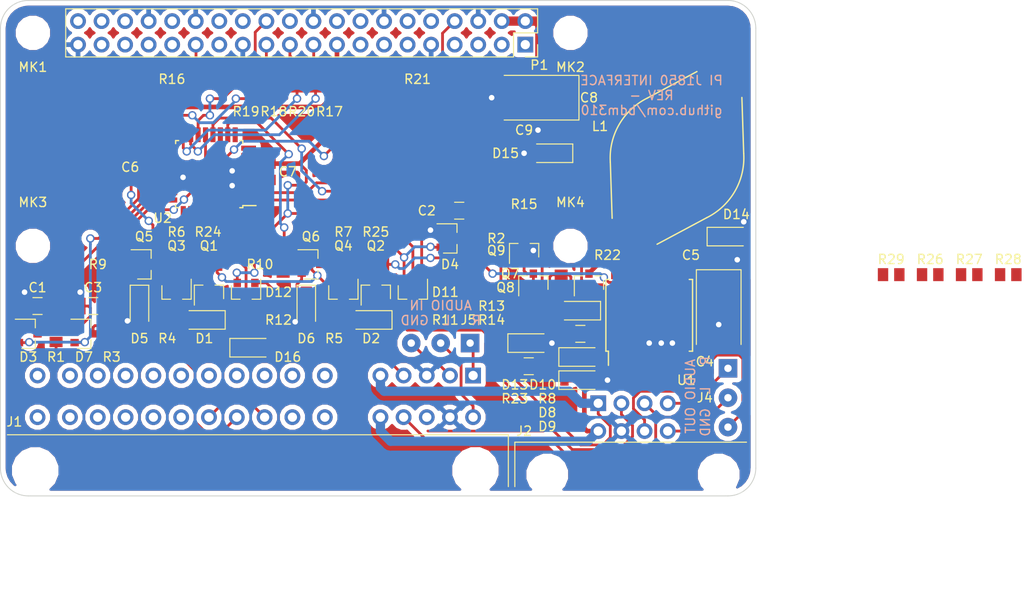
<source format=kicad_pcb>
(kicad_pcb (version 20171130) (host pcbnew "(5.0.0-rc2-dev-501-g50588dcd1)")
  (title_block (date "15 nov 2012"))
  (layers (0 F.Cu signal) (31 B.Cu signal) (34 B.Paste user) (35 F.Paste user) (36 B.SilkS user) (37 F.SilkS user) (38 B.Mask user) (39 F.Mask user) (44 Edge.Cuts user))
  (net 0 "")
  (net 1 +3V3)
  (net 2 +5V)
  (net 3 GND)
  (net 4 /ID_SD)
  (net 5 /ID_SC)
  (net 6 /GPIO5)
  (net 7 /GPIO6)
  (net 8 /GPIO26)
  (net 9 "/GPIO3(SCL1)")
  (net 10 "/GPIO4(GCLK)")
  (net 11 "/GPIO14(TXD0)")
  (net 12 "/GPIO15(RXD0)")
  (net 13 "/GPIO17(GEN0)")
  (net 14 "/GPIO27(GEN2)")
  (net 15 "/GPIO22(GEN3)")
  (net 16 "/GPIO23(GEN4)")
  (net 17 "/GPIO24(GEN5)")
  (net 18 "/GPIO25(GEN6)")
  (net 19 "/GPIO18(GEN1)(PWM0)")
  (net 20 "/GPIO10(SPI0_MOSI)")
  (net 21 "/GPIO9(SPI0_MISO)")
  (net 22 "/GPIO11(SPI0_SCK)")
  (net 23 "/GPIO8(SPI0_CE_N)")
  (net 24 "/GPIO7(SPI1_CE_N)")
  (net 25 "/GPIO12(PWM0)")
  (net 26 "/GPIO13(PWM1)")
  (net 27 "/GPIO19(SPI1_MISO)")
  (net 28 /GPIO16)
  (net 29 "/GPIO20(SPI1_MOSI)")
  (net 30 "/GPIO21(SPI1_SCK)")
  (net 31 /J1850_OUT_CMD)
  (net 32 /J1850_IN)
  (net 33 /J1850_IN_FLT)
  (net 34 /SW2)
  (net 35 /SW2_FLT)
  (net 36 /ACC_FLT)
  (net 37 /ACC)
  (net 38 /SW1)
  (net 39 /SW1_FLT)
  (net 40 /PWR_HOLD)
  (net 41 /J1850_IN_CMD)
  (net 42 /J1850_OUT_FLT)
  (net 43 /J1850_OUT)
  (net 44 +12V)
  (net 45 "Net-(U2-Pad7)")
  (net 46 "Net-(U2-Pad8)")
  (net 47 "Net-(U2-Pad9)")
  (net 48 "Net-(U2-Pad11)")
  (net 49 "Net-(U2-Pad19)")
  (net 50 "Net-(U2-Pad20)")
  (net 51 "Net-(U2-Pad22)")
  (net 52 "Net-(U2-Pad25)")
  (net 53 "Net-(U2-Pad26)")
  (net 54 "Net-(U2-Pad27)")
  (net 55 "Net-(U2-Pad30)")
  (net 56 "Net-(U2-Pad31)")
  (net 57 /BATT)
  (net 58 /AUDIO_R_IN)
  (net 59 /AUDIO_L_IN)
  (net 60 /AUDIO_GND_IN)
  (net 61 /AUDIO_GND_OUT)
  (net 62 /AUDIO_L_OUT)
  (net 63 /AUDIO_R_OUT)
  (net 64 /SPARE)
  (net 65 /PWD)
  (net 66 "Net-(J1-Pad6)")
  (net 67 "Net-(J1-Pad7)")
  (net 68 "Net-(J1-Pad8)")
  (net 69 "Net-(J1-Pad9)")
  (net 70 "Net-(J1-Pad10)")
  (net 71 "Net-(J1-Pad11)")
  (net 72 "Net-(J1-Pad12)")
  (net 73 "Net-(J1-Pad13)")
  (net 74 "Net-(J1-Pad14)")
  (net 75 "Net-(J1-Pad15)")
  (net 76 "Net-(J1-Pad16)")
  (net 77 "Net-(J1-Pad27)")
  (net 78 "Net-(J1-Pad23)")
  (net 79 "Net-(J1-Pad22)")
  (net 80 "Net-(J1-Pad32)")
  (net 81 "Net-(J1-Pad31)")
  (net 82 "Net-(J1-Pad28)")
  (net 83 "Net-(J1-Pad29)")
  (net 84 "Net-(J1-Pad30)")
  (net 85 /BATT+)
  (net 86 /J1850_OUT_CMD_B1)
  (net 87 /J1850_OUT_CMD_B1_R)
  (net 88 /BATT_EN)
  (net 89 /BATT_EN_GATE)
  (net 90 /J1850_IN_CMD_B1)
  (net 91 /J1850_IN_CMD_B1_R)
  (net 92 /J1850_OUT_CMD_B2)
  (net 93 /J1850_OUT_CMD_B2_R)
  (net 94 /J1850_IN_CMD_B2)
  (net 95 /J1850_IN_CMD_B2_R)
  (net 96 /ACC_B)
  (net 97 /PWR_HOLD_B)
  (net 98 "/GPIO14(TXD0)_R")
  (net 99 "/GPIO9(SPI0_MISO)_R")
  (net 100 "/GPIO8(SPI0_CE_N)_R")
  (net 101 "/GPIO11(SPI0_SCK)_R")
  (net 102 "/GPIO10(SPI0_MOSI)_R")
  (net 103 /GPIO5_R)
  (net 104 /SW)
  (net 105 /ACC_PROT)
  (net 106 /BATT_PROT)
  (net 107 /J1850_IN_D)
  (net 108 /J1850_OUT_D)
  (net 109 /J1850_OUT_CMD_B)
  (net 110 /J1850_IN_CMD_B)
  (net 111 /J1850_OUT_R)
  (net 112 /J1850_IN_R)
  (net 113 /+SW)
  (net 114 /+3.3V)
  (net 115 /+3.3VUNUSED)
  (net 116 "/GPIO2(SDA1)")
  (module Resistor_SMD:R_0805_2012Metric (layer F.Cu) (at 308.738333 123.6075)
    (fp_text reference R28 (at 0 -1.65) (layer F.SilkS))
    (fp_text value 100k)
    (pad 2 smd rect (at 0.88 0) (size 1.12 1.4) (layers F.Cu F.Paste F.Mask) (net 110 /J1850_IN_CMD_B))
    (pad 1 smd rect (at -0.88 0) (size 1.12 1.4) (layers F.Cu F.Paste F.Mask) (net 3 GND))
  )
  (module Resistor_SMD:R_0805_2012Metric (layer F.Cu) (at 304.528333 123.6075)
    (fp_text reference R27 (at 0 -1.65) (layer F.SilkS))
    (fp_text value 100k)
    (pad 1 smd rect (at -0.88 0) (size 1.12 1.4) (layers F.Cu F.Paste F.Mask) (net 3 GND))
    (pad 2 smd rect (at 0.88 0) (size 1.12 1.4) (layers F.Cu F.Paste F.Mask) (net 97 /PWR_HOLD_B))
  )
  (module Resistor_SMD:R_0805_2012Metric (layer F.Cu) (at 300.318333 123.6075)
    (fp_text reference R26 (at 0 -1.65) (layer F.SilkS))
    (fp_text value 100k)
    (pad 2 smd rect (at 0.88 0) (size 1.12 1.4) (layers F.Cu F.Paste F.Mask) (net 96 /ACC_B))
    (pad 1 smd rect (at -0.88 0) (size 1.12 1.4) (layers F.Cu F.Paste F.Mask) (net 3 GND))
  )
  (module Resistor_SMD:R_0805_2012Metric (layer F.Cu) (at 296.108333 123.6075)
    (fp_text reference R29 (at 0 -1.65) (layer F.SilkS))
    (fp_text value 100k)
    (pad 1 smd rect (at -0.88 0) (size 1.12 1.4) (layers F.Cu F.Paste F.Mask) (net 3 GND))
    (pad 2 smd rect (at 0.88 0) (size 1.12 1.4) (layers F.Cu F.Paste F.Mask) (net 109 /J1850_OUT_CMD_B))
  )
  (module Connector_TE-Connectivity:TE_MULTI-LOCK_ProprietaryChryslerRadio_2x5_and_2x11_P2.5mm_and_P3mm_and_P3.5mm_Horizontal (layer F.Cu) (at 251 134.5)
    (fp_text reference J1 (at -49.5 5 180) (layer F.SilkS))
    (fp_text value "TO ACCESSORIES")
    (pad 1 thru_hole rect (at 0 0) (size 1.7 1.7) (drill 1) (layers *.Cu *.Mask) (net 58 /AUDIO_R_IN))
    (pad 2 thru_hole circle (at -2.5 0) (size 1.7 1.7) (drill 1) (layers *.Cu *.Mask) (net 60 /AUDIO_GND_IN))
    (pad 3 thru_hole circle (at -5 0) (size 1.7 1.7) (drill 1) (layers *.Cu *.Mask) (net 3 GND))
    (pad 4 thru_hole circle (at -7.5 0) (size 1.7 1.7) (drill 1) (layers *.Cu *.Mask) (net 32 /J1850_IN))
    (pad 5 thru_hole circle (at -10 0) (size 1.7 1.7) (drill 1) (layers *.Cu *.Mask) (net 37 /ACC))
    (pad 17 thru_hole circle (at 0 4.5) (size 1.7 1.7) (drill 1) (layers *.Cu *.Mask) (net 59 /AUDIO_L_IN))
    (pad 18 thru_hole circle (at -2.5 4.5) (size 1.7 1.7) (drill 1) (layers *.Cu *.Mask) (net 3 GND))
    (pad 19 thru_hole circle (at -5 4.5) (size 1.7 1.7) (drill 1) (layers *.Cu *.Mask) (net 64 /SPARE))
    (pad 20 thru_hole circle (at -7.5 4.5) (size 1.7 1.7) (drill 1) (layers *.Cu *.Mask) (net 65 /PWD))
    (pad 21 thru_hole circle (at -10 4.5) (size 1.7 1.7) (drill 1) (layers *.Cu *.Mask) (net 57 /BATT))
    (pad 6 thru_hole circle (at -16 0) (size 1.7 1.7) (drill 1) (layers *.Cu *.Mask) (net 66 "Net-(J1-Pad6)"))
    (pad 7 thru_hole circle (at -19.5 0) (size 1.7 1.7) (drill 1) (layers *.Cu *.Mask) (net 67 "Net-(J1-Pad7)"))
    (pad 8 thru_hole circle (at -22.5 0) (size 1.7 1.7) (drill 1) (layers *.Cu *.Mask) (net 68 "Net-(J1-Pad8)"))
    (pad 9 thru_hole circle (at -25.5 0) (size 1.7 1.7) (drill 1) (layers *.Cu *.Mask) (net 69 "Net-(J1-Pad9)"))
    (pad 10 thru_hole circle (at -28.5 0) (size 1.7 1.7) (drill 1) (layers *.Cu *.Mask) (net 70 "Net-(J1-Pad10)"))
    (pad 11 thru_hole circle (at -31.5 0) (size 1.7 1.7) (drill 1) (layers *.Cu *.Mask) (net 71 "Net-(J1-Pad11)"))
    (pad 12 thru_hole circle (at -34.5 0) (size 1.7 1.7) (drill 1) (layers *.Cu *.Mask) (net 72 "Net-(J1-Pad12)"))
    (pad 13 thru_hole circle (at -37.5 0) (size 1.7 1.7) (drill 1) (layers *.Cu *.Mask) (net 73 "Net-(J1-Pad13)"))
    (pad 14 thru_hole circle (at -40.5 0) (size 1.7 1.7) (drill 1) (layers *.Cu *.Mask) (net 74 "Net-(J1-Pad14)"))
    (pad 15 thru_hole circle (at -43.5 0) (size 1.7 1.7) (drill 1) (layers *.Cu *.Mask) (net 75 "Net-(J1-Pad15)"))
    (pad 16 thru_hole circle (at -47 0) (size 1.7 1.7) (drill 1) (layers *.Cu *.Mask) (net 76 "Net-(J1-Pad16)"))
    (pad 27 thru_hole circle (at -31.5 4.5) (size 1.7 1.7) (drill 1) (layers *.Cu *.Mask) (net 77 "Net-(J1-Pad27)"))
    (pad 26 thru_hole circle (at -28.5 4.5) (size 1.7 1.7) (drill 1) (layers *.Cu *.Mask) (net 34 /SW2))
    (pad 24 thru_hole circle (at -22.5 4.5) (size 1.7 1.7) (drill 1) (layers *.Cu *.Mask) (net 113 /+SW))
    (pad 25 thru_hole circle (at -25.5 4.5) (size 1.7 1.7) (drill 1) (layers *.Cu *.Mask) (net 38 /SW1))
    (pad 23 thru_hole circle (at -19.5 4.5) (size 1.7 1.7) (drill 1) (layers *.Cu *.Mask) (net 78 "Net-(J1-Pad23)"))
    (pad 22 thru_hole circle (at -16 4.5) (size 1.7 1.7) (drill 1) (layers *.Cu *.Mask) (net 79 "Net-(J1-Pad22)"))
    (pad 32 thru_hole circle (at -47 4.5) (size 1.7 1.7) (drill 1) (layers *.Cu *.Mask) (net 80 "Net-(J1-Pad32)"))
    (pad 31 thru_hole circle (at -43.5 4.5) (size 1.7 1.7) (drill 1) (layers *.Cu *.Mask) (net 81 "Net-(J1-Pad31)"))
    (pad 28 thru_hole circle (at -34.5 4.5) (size 1.7 1.7) (drill 1) (layers *.Cu *.Mask) (net 82 "Net-(J1-Pad28)"))
    (pad 29 thru_hole circle (at -37.5 4.5) (size 1.7 1.7) (drill 1) (layers *.Cu *.Mask) (net 83 "Net-(J1-Pad29)"))
    (pad 30 thru_hole circle (at -40.5 4.5) (size 1.7 1.7) (drill 1) (layers *.Cu *.Mask) (net 84 "Net-(J1-Pad30)"))
    (pad "" np_thru_hole circle (at 0.25 10.25) (size 4 4) (drill 4) (layers *.Cu *.Mask))
    (pad "" np_thru_hole circle (at -47.25 10.25) (size 4 4) (drill 4) (layers *.Cu *.Mask))
  )
  (module Connector_TE-Connectivity:TE_040-MULTI-LOCK_175973-4_2x04_P2.5mm_Horizontal (layer F.Cu) (at 264.5 137.5)
    (fp_text reference J2 (at -8 3 180) (layer F.SilkS))
    (fp_text value "FROM RADIO")
    (pad 1 thru_hole rect (at 0 0) (size 1.7 1.7) (drill 1) (layers *.Cu *.Mask) (net 37 /ACC))
    (pad 2 thru_hole circle (at 2.5 0) (size 1.7 1.7) (drill 1) (layers *.Cu *.Mask) (net 43 /J1850_OUT))
    (pad 3 thru_hole circle (at 5 0) (size 1.7 1.7) (drill 1) (layers *.Cu *.Mask) (net 65 /PWD))
    (pad 4 thru_hole circle (at 7.5 0) (size 1.7 1.7) (drill 1) (layers *.Cu *.Mask) (net 63 /AUDIO_R_OUT))
    (pad 7 thru_hole circle (at 5 3) (size 1.7 1.7) (drill 1) (layers *.Cu *.Mask) (net 61 /AUDIO_GND_OUT))
    (pad 6 thru_hole circle (at 2.5 3) (size 1.7 1.7) (drill 1) (layers *.Cu *.Mask) (net 3 GND))
    (pad 5 thru_hole circle (at 0 3) (size 1.7 1.7) (drill 1) (layers *.Cu *.Mask) (net 57 /BATT))
    (pad 8 thru_hole circle (at 7.5 3) (size 1.7 1.7) (drill 1) (layers *.Cu *.Mask) (net 62 /AUDIO_L_OUT))
    (pad "" np_thru_hole circle (at -5.5 7.7) (size 3.5 3.5) (drill 3.5) (layers *.Cu *.Mask))
    (pad "" np_thru_hole circle (at 13 7.7) (size 3.5 3.5) (drill 3.5) (layers *.Cu *.Mask))
  )
  (module Inductor_SMD:L_Bourns_SDR1806 (layer F.Cu) (at 273 111 60)
    (fp_text reference L1 (at -1.2 -8.9 180) (layer F.SilkS))
    (fp_text value 470u)
    (pad 2 smd rect (at 7.85 0 240) (size 3 2.9) (layers F.Cu F.Paste F.Mask) (net 2 +5V))
    (pad 1 smd rect (at -7.85 0 60) (size 3 2.9) (layers F.Cu F.Paste F.Mask) (net 104 /SW))
  )
  (module Connector_Wire:SolderWirePad_1x03_P3.175mm_Drill0.8mm (layer F.Cu) (at 250.675 131 180)
    (fp_text reference J5 (at 0.175 2.5 180) (layer F.SilkS))
    (fp_text value "LINE IN")
    (pad 3 thru_hole circle (at 6.35 0 180) (size 1.99898 1.99898) (drill 0.8001) (layers *.Cu *.Mask) (net 60 /AUDIO_GND_IN))
    (pad 2 thru_hole circle (at 3.175 0 180) (size 1.99898 1.99898) (drill 0.8001) (layers *.Cu *.Mask) (net 59 /AUDIO_L_IN))
    (pad 1 thru_hole rect (at 0 0 180) (size 1.99898 1.99898) (drill 0.8001) (layers *.Cu *.Mask) (net 58 /AUDIO_R_IN))
  )
  (module Connector_Wire:SolderWirePad_1x03_P3.175mm_Drill0.8mm (layer F.Cu) (at 278.5 133.725 270)
    (fp_text reference J4 (at 3.175 2.5) (layer F.SilkS))
    (fp_text value "LINE OUT")
    (pad 1 thru_hole rect (at 0 0 270) (size 1.99898 1.99898) (drill 0.8001) (layers *.Cu *.Mask) (net 63 /AUDIO_R_OUT))
    (pad 2 thru_hole circle (at 3.175 0 270) (size 1.99898 1.99898) (drill 0.8001) (layers *.Cu *.Mask) (net 62 /AUDIO_L_OUT))
    (pad 3 thru_hole circle (at 6.35 0 270) (size 1.99898 1.99898) (drill 0.8001) (layers *.Cu *.Mask) (net 61 /AUDIO_GND_OUT))
  )
  (module Diode_SMD:D_SOD-123 (layer F.Cu) (at 227 131.5)
    (fp_text reference D16 (at 4 1) (layer F.SilkS))
    (fp_text value PMEG4010CEGWX)
    (pad 1 smd rect (at -1.65 0) (size 0.9 1.2) (layers F.Cu F.Paste F.Mask) (net 113 /+SW))
    (pad 2 smd rect (at 1.65 0) (size 0.9 1.2) (layers F.Cu F.Paste F.Mask) (net 114 /+3.3V))
  )
  (module Resistor_SMD:R_0805_2012Metric (layer F.Cu) (at 222.5 122.5)
    (fp_text reference R24 (at -0.1 -3.5) (layer F.SilkS))
    (fp_text value 100R)
    (pad 2 smd rect (at 0.88 0) (size 1.12 1.4) (layers F.Cu F.Paste F.Mask) (net 44 +12V))
    (pad 1 smd rect (at -0.88 0) (size 1.12 1.4) (layers F.Cu F.Paste F.Mask) (net 112 /J1850_IN_R))
  )
  (module Resistor_SMD:R_0805_2012Metric (layer F.Cu) (at 240.5 122.5)
    (fp_text reference R25 (at 0 -3.5) (layer F.SilkS))
    (fp_text value 100R)
    (pad 1 smd rect (at -0.88 0) (size 1.12 1.4) (layers F.Cu F.Paste F.Mask) (net 111 /J1850_OUT_R))
    (pad 2 smd rect (at 0.88 0) (size 1.12 1.4) (layers F.Cu F.Paste F.Mask) (net 44 +12V))
  )
  (module D_SOD-123 (layer F.Cu) (at 257 131)
    (fp_text reference D13 (at -1.5 4.5 180) (layer F.SilkS))
    (fp_text value 20V)
    (pad 1 smd rect (at -1.65 0) (size 0.9 1.2) (layers F.Cu F.Paste F.Mask) (net 105 /ACC_PROT))
    (pad 2 smd rect (at 1.65 0) (size 0.9 1.2) (layers F.Cu F.Paste F.Mask) (net 3 GND))
  )
  (module Resistor_SMD:R_1206_3216Metric (layer F.Cu) (at 257 133.5 180)
    (fp_text reference R23 (at 1.5 -3.5 180) (layer F.SilkS))
    (fp_text value 4R7)
    (pad 1 smd rect (at -1.43 0 180) (size 1.22 1.8) (layers F.Cu F.Paste F.Mask) (net 105 /ACC_PROT))
    (pad 2 smd rect (at 1.43 0 180) (size 1.22 1.8) (layers F.Cu F.Paste F.Mask) (net 37 /ACC))
  )
  (module D_SOD-123 (layer F.Cu) (at 215 127 270)
    (fp_text reference D5 (at 3.5 0) (layer F.SilkS))
    (fp_text value 8V7)
    (pad 1 smd rect (at -1.65 0 270) (size 0.9 1.2) (layers F.Cu F.Paste F.Mask) (net 94 /J1850_IN_CMD_B2))
    (pad 2 smd rect (at 1.65 0 270) (size 0.9 1.2) (layers F.Cu F.Paste F.Mask) (net 3 GND))
  )
  (module D_SOD-123 (layer F.Cu) (at 233 127 270)
    (fp_text reference D6 (at 3.5 0) (layer F.SilkS))
    (fp_text value 8V7)
    (pad 2 smd rect (at 1.65 0 270) (size 0.9 1.2) (layers F.Cu F.Paste F.Mask) (net 3 GND))
    (pad 1 smd rect (at -1.65 0 270) (size 0.9 1.2) (layers F.Cu F.Paste F.Mask) (net 92 /J1850_OUT_CMD_B2))
  )
  (module D_SOD-123 (layer F.Cu) (at 262.5 135)
    (fp_text reference D9 (at -3.5 5 180) (layer F.SilkS))
    (fp_text value 20V)
    (pad 1 smd rect (at -1.65 0) (size 0.9 1.2) (layers F.Cu F.Paste F.Mask) (net 106 /BATT_PROT))
    (pad 2 smd rect (at 1.65 0) (size 0.9 1.2) (layers F.Cu F.Paste F.Mask) (net 3 GND))
  )
  (module D_SOD-123 (layer F.Cu) (at 262.5 127.5 180)
    (fp_text reference D10 (at 4 -8) (layer F.SilkS))
    (fp_text value 8V7)
    (pad 2 smd rect (at 1.65 0 180) (size 0.9 1.2) (layers F.Cu F.Paste F.Mask) (net 89 /BATT_EN_GATE))
    (pad 1 smd rect (at -1.65 0 180) (size 0.9 1.2) (layers F.Cu F.Paste F.Mask) (net 106 /BATT_PROT))
  )
  (module D_SOD-123 (layer F.Cu) (at 259.5 110.5 180)
    (fp_text reference D15 (at 5 0) (layer F.SilkS))
    (fp_text value 5V3)
    (pad 1 smd rect (at -1.65 0 180) (size 0.9 1.2) (layers F.Cu F.Paste F.Mask) (net 2 +5V))
    (pad 2 smd rect (at 1.65 0 180) (size 0.9 1.2) (layers F.Cu F.Paste F.Mask) (net 3 GND))
  )
  (module Capacitor_SMD:C_0805_2012Metric (layer F.Cu) (at 277.62 122)
    (fp_text reference C5 (at -3.12 -0.5 180) (layer F.SilkS))
    (fp_text value 1u)
    (pad 2 smd rect (at 0.88 0) (size 1.12 1.4) (layers F.Cu F.Paste F.Mask) (net 3 GND))
    (pad 1 smd rect (at -0.88 0) (size 1.12 1.4) (layers F.Cu F.Paste F.Mask) (net 44 +12V))
  )
  (module Capacitor_SMD:C_0805_2012Metric (layer F.Cu) (at 216 112 270)
    (fp_text reference C6 (at 0 2) (layer F.SilkS))
    (fp_text value 100n)
    (pad 1 smd rect (at -0.88 0 270) (size 1.12 1.4) (layers F.Cu F.Paste F.Mask) (net 1 +3V3))
    (pad 2 smd rect (at 0.88 0 270) (size 1.12 1.4) (layers F.Cu F.Paste F.Mask) (net 3 GND))
  )
  (module Capacitor_SMD:C_0805_2012Metric (layer F.Cu) (at 229 112.5 270)
    (fp_text reference C7 (at 0 -2) (layer F.SilkS))
    (fp_text value 100n)
    (pad 2 smd rect (at 0.88 0 270) (size 1.12 1.4) (layers F.Cu F.Paste F.Mask) (net 3 GND))
    (pad 1 smd rect (at -0.88 0 270) (size 1.12 1.4) (layers F.Cu F.Paste F.Mask) (net 1 +3V3))
  )
  (module Capacitor_SMD:C_0805_2012Metric (layer F.Cu) (at 260.2 108 180)
    (fp_text reference C9 (at 3.7 0) (layer F.SilkS))
    (fp_text value 1u)
    (pad 1 smd rect (at -0.88 0 180) (size 1.12 1.4) (layers F.Cu F.Paste F.Mask) (net 2 +5V))
    (pad 2 smd rect (at 0.88 0 180) (size 1.12 1.4) (layers F.Cu F.Paste F.Mask) (net 3 GND))
  )
  (module Capacitor_SMD:C_1206_3216Metric (layer F.Cu) (at 249.5 116.7 180)
    (fp_text reference C2 (at 3.5 0) (layer F.SilkS))
    (fp_text value 16n)
    (pad 1 smd rect (at -1.43 0 180) (size 1.22 1.8) (layers F.Cu F.Paste F.Mask) (net 36 /ACC_FLT))
    (pad 2 smd rect (at 1.43 0 180) (size 1.22 1.8) (layers F.Cu F.Paste F.Mask) (net 3 GND))
  )
  (module Capacitor_SMD:C_1206_3216Metric (layer F.Cu) (at 210 127 180)
    (fp_text reference C3 (at 0 2) (layer F.SilkS))
    (fp_text value 16n)
    (pad 2 smd rect (at 1.43 0 180) (size 1.22 1.8) (layers F.Cu F.Paste F.Mask) (net 3 GND))
    (pad 1 smd rect (at -1.43 0 180) (size 1.22 1.8) (layers F.Cu F.Paste F.Mask) (net 35 /SW2_FLT))
  )
  (module Capacitor_SMD:C_1206_3216Metric (layer F.Cu) (at 204 127 180)
    (fp_text reference C1 (at 0 2) (layer F.SilkS))
    (fp_text value 16n)
    (pad 1 smd rect (at -1.43 0 180) (size 1.22 1.8) (layers F.Cu F.Paste F.Mask) (net 39 /SW1_FLT))
    (pad 2 smd rect (at 1.43 0 180) (size 1.22 1.8) (layers F.Cu F.Paste F.Mask) (net 3 GND))
  )
  (module Capacitor_Tantalum_SMD:CP_EIA-7343-31_Kemet-D (layer F.Cu) (at 277.5 127.5 270)
    (fp_text reference C4 (at 5.5 1.5) (layer F.SilkS))
    (fp_text value 47u)
    (pad 2 smd rect (at 3.13 0 270) (size 2.06 2.6) (layers F.Cu F.Paste F.Mask) (net 3 GND))
    (pad 1 smd rect (at -3.13 0 270) (size 2.06 2.6) (layers F.Cu F.Paste F.Mask) (net 44 +12V))
  )
  (module Capacitor_Tantalum_SMD:CP_EIA-7343-31_Kemet-D (layer F.Cu) (at 258 104.5 180)
    (fp_text reference C8 (at -5.5 0) (layer F.SilkS))
    (fp_text value 47u)
    (pad 1 smd rect (at -3.13 0 180) (size 2.06 2.6) (layers F.Cu F.Paste F.Mask) (net 2 +5V))
    (pad 2 smd rect (at 3.13 0 180) (size 2.06 2.6) (layers F.Cu F.Paste F.Mask) (net 3 GND))
  )
  (module Diode_SMD:D_SOD-123 (layer F.Cu) (at 222 128.5 180)
    (fp_text reference D1 (at 0 -2) (layer F.SilkS))
    (fp_text value PMEG4010CEGWX)
    (pad 1 smd rect (at -1.65 0 180) (size 0.9 1.2) (layers F.Cu F.Paste F.Mask) (net 32 /J1850_IN))
    (pad 2 smd rect (at 1.65 0 180) (size 0.9 1.2) (layers F.Cu F.Paste F.Mask) (net 107 /J1850_IN_D))
  )
  (module Diode_SMD:D_SOD-123 (layer F.Cu) (at 240 128.5 180)
    (fp_text reference D2 (at 0 -2) (layer F.SilkS))
    (fp_text value PMEG4010CEGWX)
    (pad 2 smd rect (at 1.65 0 180) (size 0.9 1.2) (layers F.Cu F.Paste F.Mask) (net 108 /J1850_OUT_D))
    (pad 1 smd rect (at -1.65 0 180) (size 0.9 1.2) (layers F.Cu F.Paste F.Mask) (net 43 /J1850_OUT))
  )
  (module Diode_SMD:D_SOD-123 (layer F.Cu) (at 262.5 132.5)
    (fp_text reference D8 (at -3.5 6 180) (layer F.SilkS))
    (fp_text value PMEG4010CEGWX)
    (pad 1 smd rect (at -1.65 0) (size 0.9 1.2) (layers F.Cu F.Paste F.Mask) (net 85 /BATT+))
    (pad 2 smd rect (at 1.65 0) (size 0.9 1.2) (layers F.Cu F.Paste F.Mask) (net 57 /BATT))
  )
  (module Diode_SMD:D_SOD-123 (layer F.Cu) (at 278.5 119.5)
    (fp_text reference D14 (at 0.9 -2.4 180) (layer F.SilkS))
    (fp_text value PMEG4010CEGWX)
    (pad 1 smd rect (at -1.65 0) (size 0.9 1.2) (layers F.Cu F.Paste F.Mask) (net 104 /SW))
    (pad 2 smd rect (at 1.65 0) (size 0.9 1.2) (layers F.Cu F.Paste F.Mask) (net 3 GND))
  )
  (module Package_QFP:TQFP-32_7x7mm_P0.8mm (layer F.Cu) (at 222.525476 112.7525 180)
    (fp_text reference U2 (at 5.025476 -4.7475 180) (layer F.SilkS))
    (fp_text value ATmega328P-AU)
    (pad 1 smd rect (at -4.25 -2.8 180) (size 1.6 0.55) (layers F.Cu F.Paste F.Mask) (net 42 /J1850_OUT_FLT))
    (pad 2 smd rect (at -4.25 -2 180) (size 1.6 0.55) (layers F.Cu F.Paste F.Mask) (net 40 /PWR_HOLD))
    (pad 3 smd rect (at -4.25 -1.2 180) (size 1.6 0.55) (layers F.Cu F.Paste F.Mask) (net 3 GND))
    (pad 4 smd rect (at -4.25 -0.4 180) (size 1.6 0.55) (layers F.Cu F.Paste F.Mask) (net 1 +3V3))
    (pad 5 smd rect (at -4.25 0.4 180) (size 1.6 0.55) (layers F.Cu F.Paste F.Mask) (net 3 GND))
    (pad 6 smd rect (at -4.25 1.2 180) (size 1.6 0.55) (layers F.Cu F.Paste F.Mask) (net 1 +3V3))
    (pad 7 smd rect (at -4.25 2 180) (size 1.6 0.55) (layers F.Cu F.Paste F.Mask) (net 45 "Net-(U2-Pad7)"))
    (pad 8 smd rect (at -4.25 2.8 180) (size 1.6 0.55) (layers F.Cu F.Paste F.Mask) (net 46 "Net-(U2-Pad8)"))
    (pad 9 smd rect (at -2.8 4.25 270) (size 1.6 0.55) (layers F.Cu F.Paste F.Mask) (net 47 "Net-(U2-Pad9)"))
    (pad 10 smd rect (at -2 4.25 270) (size 1.6 0.55) (layers F.Cu F.Paste F.Mask) (net 31 /J1850_OUT_CMD))
    (pad 11 smd rect (at -1.2 4.25 270) (size 1.6 0.55) (layers F.Cu F.Paste F.Mask) (net 48 "Net-(U2-Pad11)"))
    (pad 12 smd rect (at -0.4 4.25 270) (size 1.6 0.55) (layers F.Cu F.Paste F.Mask) (net 36 /ACC_FLT))
    (pad 13 smd rect (at 0.4 4.25 270) (size 1.6 0.55) (layers F.Cu F.Paste F.Mask) (net 41 /J1850_IN_CMD))
    (pad 14 smd rect (at 1.2 4.25 270) (size 1.6 0.55) (layers F.Cu F.Paste F.Mask) (net 100 "/GPIO8(SPI0_CE_N)_R"))
    (pad 15 smd rect (at 2 4.25 270) (size 1.6 0.55) (layers F.Cu F.Paste F.Mask) (net 102 "/GPIO10(SPI0_MOSI)_R"))
    (pad 16 smd rect (at 2.8 4.25 270) (size 1.6 0.55) (layers F.Cu F.Paste F.Mask) (net 99 "/GPIO9(SPI0_MISO)_R"))
    (pad 17 smd rect (at 4.25 2.8 180) (size 1.6 0.55) (layers F.Cu F.Paste F.Mask) (net 101 "/GPIO11(SPI0_SCK)_R"))
    (pad 18 smd rect (at 4.25 2 180) (size 1.6 0.55) (layers F.Cu F.Paste F.Mask) (net 1 +3V3))
    (pad 19 smd rect (at 4.25 1.2 180) (size 1.6 0.55) (layers F.Cu F.Paste F.Mask) (net 49 "Net-(U2-Pad19)"))
    (pad 20 smd rect (at 4.25 0.4 180) (size 1.6 0.55) (layers F.Cu F.Paste F.Mask) (net 50 "Net-(U2-Pad20)"))
    (pad 21 smd rect (at 4.25 -0.4 180) (size 1.6 0.55) (layers F.Cu F.Paste F.Mask) (net 3 GND))
    (pad 22 smd rect (at 4.25 -1.2 180) (size 1.6 0.55) (layers F.Cu F.Paste F.Mask) (net 51 "Net-(U2-Pad22)"))
    (pad 23 smd rect (at 4.25 -2 180) (size 1.6 0.55) (layers F.Cu F.Paste F.Mask) (net 39 /SW1_FLT))
    (pad 24 smd rect (at 4.25 -2.8 180) (size 1.6 0.55) (layers F.Cu F.Paste F.Mask) (net 35 /SW2_FLT))
    (pad 25 smd rect (at 2.8 -4.25 270) (size 1.6 0.55) (layers F.Cu F.Paste F.Mask) (net 52 "Net-(U2-Pad25)"))
    (pad 26 smd rect (at 2 -4.25 270) (size 1.6 0.55) (layers F.Cu F.Paste F.Mask) (net 53 "Net-(U2-Pad26)"))
    (pad 27 smd rect (at 1.2 -4.25 270) (size 1.6 0.55) (layers F.Cu F.Paste F.Mask) (net 54 "Net-(U2-Pad27)"))
    (pad 28 smd rect (at 0.4 -4.25 270) (size 1.6 0.55) (layers F.Cu F.Paste F.Mask) (net 98 "/GPIO14(TXD0)_R"))
    (pad 29 smd rect (at -0.4 -4.25 270) (size 1.6 0.55) (layers F.Cu F.Paste F.Mask) (net 103 /GPIO5_R))
    (pad 30 smd rect (at -1.2 -4.25 270) (size 1.6 0.55) (layers F.Cu F.Paste F.Mask) (net 55 "Net-(U2-Pad30)"))
    (pad 31 smd rect (at -2 -4.25 270) (size 1.6 0.55) (layers F.Cu F.Paste F.Mask) (net 56 "Net-(U2-Pad31)"))
    (pad 32 smd rect (at -2.8 -4.25 270) (size 1.6 0.55) (layers F.Cu F.Paste F.Mask) (net 33 /J1850_IN_FLT))
  )
  (module Package_SO:SOIC-14W_7.5x9.0mm_P1.27mm (layer F.Cu) (at 270 128 90)
    (fp_text reference U1 (at -7 4 180) (layer F.SilkS))
    (fp_text value LM2574M-5)
    (pad 1 smd rect (at -4.65 -3.81 90) (size 1.5 0.6) (layers F.Cu F.Paste F.Mask))
    (pad 2 smd rect (at -4.65 -2.54 90) (size 1.5 0.6) (layers F.Cu F.Paste F.Mask))
    (pad 3 smd rect (at -4.65 -1.27 90) (size 1.5 0.6) (layers F.Cu F.Paste F.Mask) (net 2 +5V))
    (pad 4 smd rect (at -4.65 0 90) (size 1.5 0.6) (layers F.Cu F.Paste F.Mask) (net 3 GND))
    (pad 5 smd rect (at -4.65 1.27 90) (size 1.5 0.6) (layers F.Cu F.Paste F.Mask) (net 3 GND))
    (pad 6 smd rect (at -4.65 2.54 90) (size 1.5 0.6) (layers F.Cu F.Paste F.Mask) (net 3 GND))
    (pad 7 smd rect (at -4.65 3.81 90) (size 1.5 0.6) (layers F.Cu F.Paste F.Mask))
    (pad 9 smd rect (at 4.65 2.54 90) (size 1.5 0.6) (layers F.Cu F.Paste F.Mask))
    (pad 10 smd rect (at 4.65 1.27 90) (size 1.5 0.6) (layers F.Cu F.Paste F.Mask) (net 44 +12V))
    (pad 11 smd rect (at 4.65 0 90) (size 1.5 0.6) (layers F.Cu F.Paste F.Mask))
    (pad 12 smd rect (at 4.65 -1.27 90) (size 1.5 0.6) (layers F.Cu F.Paste F.Mask) (net 104 /SW))
    (pad 13 smd rect (at 4.65 -2.54 90) (size 1.5 0.6) (layers F.Cu F.Paste F.Mask))
    (pad 14 smd rect (at 4.65 -3.81 90) (size 1.5 0.6) (layers F.Cu F.Paste F.Mask))
    (pad 8 smd rect (at 4.65 3.81 90) (size 1.5 0.6) (layers F.Cu F.Paste F.Mask))
  )
  (module Package_TO_SOT_SMD:SOT-23 (layer F.Cu) (at 226.5 125.5 270)
    (fp_text reference D12 (at 0 -3.5) (layer F.SilkS))
    (fp_text value BAS40-04)
    (pad 3 smd rect (at 1 0 270) (size 0.9 0.8) (layers F.Cu F.Paste F.Mask) (net 33 /J1850_IN_FLT))
    (pad 2 smd rect (at -1 0.95 270) (size 0.9 0.8) (layers F.Cu F.Paste F.Mask) (net 1 +3V3))
    (pad 1 smd rect (at -1 -0.95 270) (size 0.9 0.8) (layers F.Cu F.Paste F.Mask) (net 3 GND))
  )
  (module Package_TO_SOT_SMD:SOT-23 (layer F.Cu) (at 244.5 125.5 270)
    (fp_text reference D11 (at 0 -3.5) (layer F.SilkS))
    (fp_text value BAS40-04)
    (pad 1 smd rect (at -1 -0.95 270) (size 0.9 0.8) (layers F.Cu F.Paste F.Mask) (net 3 GND))
    (pad 2 smd rect (at -1 0.95 270) (size 0.9 0.8) (layers F.Cu F.Paste F.Mask) (net 1 +3V3))
    (pad 3 smd rect (at 1 0 270) (size 0.9 0.8) (layers F.Cu F.Paste F.Mask) (net 42 /J1850_OUT_FLT))
  )
  (module Package_TO_SOT_SMD:SOT-23 (layer F.Cu) (at 209 130)
    (fp_text reference D7 (at 0 2.5 180) (layer F.SilkS))
    (fp_text value BAS40-04)
    (pad 3 smd rect (at 1 0) (size 0.9 0.8) (layers F.Cu F.Paste F.Mask) (net 35 /SW2_FLT))
    (pad 2 smd rect (at -1 0.95) (size 0.9 0.8) (layers F.Cu F.Paste F.Mask) (net 1 +3V3))
    (pad 1 smd rect (at -1 -0.95) (size 0.9 0.8) (layers F.Cu F.Paste F.Mask) (net 3 GND))
  )
  (module Package_TO_SOT_SMD:SOT-23 (layer F.Cu) (at 248.5 119.7)
    (fp_text reference D4 (at 0 2.8 180) (layer F.SilkS))
    (fp_text value BAS40-04)
    (pad 1 smd rect (at -1 -0.95) (size 0.9 0.8) (layers F.Cu F.Paste F.Mask) (net 3 GND))
    (pad 2 smd rect (at -1 0.95) (size 0.9 0.8) (layers F.Cu F.Paste F.Mask) (net 1 +3V3))
    (pad 3 smd rect (at 1 0) (size 0.9 0.8) (layers F.Cu F.Paste F.Mask) (net 36 /ACC_FLT))
  )
  (module Package_TO_SOT_SMD:SOT-23 (layer F.Cu) (at 203 130)
    (fp_text reference D3 (at 0 2.5 180) (layer F.SilkS))
    (fp_text value BAS40-04)
    (pad 3 smd rect (at 1 0) (size 0.9 0.8) (layers F.Cu F.Paste F.Mask) (net 39 /SW1_FLT))
    (pad 2 smd rect (at -1 0.95) (size 0.9 0.8) (layers F.Cu F.Paste F.Mask) (net 1 +3V3))
    (pad 1 smd rect (at -1 -0.95) (size 0.9 0.8) (layers F.Cu F.Paste F.Mask) (net 3 GND))
  )
  (module Package_TO_SOT_SMD:SOT-23 (layer F.Cu) (at 257.5 124.5 90)
    (fp_text reference Q8 (at -0.5 -3 180) (layer F.SilkS))
    (fp_text value BC817)
    (pad 1 smd rect (at -1 -0.95 90) (size 0.9 0.8) (layers F.Cu F.Paste F.Mask) (net 96 /ACC_B))
    (pad 2 smd rect (at -1 0.95 90) (size 0.9 0.8) (layers F.Cu F.Paste F.Mask) (net 3 GND))
    (pad 3 smd rect (at 1 0 90) (size 0.9 0.8) (layers F.Cu F.Paste F.Mask) (net 88 /BATT_EN))
  )
  (module Package_TO_SOT_SMD:SOT-23 (layer F.Cu) (at 256.5 121 90)
    (fp_text reference Q9 (at 0 -3 180) (layer F.SilkS))
    (fp_text value BC817)
    (pad 3 smd rect (at 1 0 90) (size 0.9 0.8) (layers F.Cu F.Paste F.Mask) (net 88 /BATT_EN))
    (pad 2 smd rect (at -1 0.95 90) (size 0.9 0.8) (layers F.Cu F.Paste F.Mask) (net 3 GND))
    (pad 1 smd rect (at -1 -0.95 90) (size 0.9 0.8) (layers F.Cu F.Paste F.Mask) (net 97 /PWR_HOLD_B))
  )
  (module Package_TO_SOT_SMD:SOT-23 (layer F.Cu) (at 237 125.5 270)
    (fp_text reference Q4 (at -5 0) (layer F.SilkS))
    (fp_text value BC807)
    (pad 1 smd rect (at -1 -0.95 270) (size 0.9 0.8) (layers F.Cu F.Paste F.Mask) (net 86 /J1850_OUT_CMD_B1))
    (pad 2 smd rect (at -1 0.95 270) (size 0.9 0.8) (layers F.Cu F.Paste F.Mask) (net 44 +12V))
    (pad 3 smd rect (at 1 0 270) (size 0.9 0.8) (layers F.Cu F.Paste F.Mask) (net 93 /J1850_OUT_CMD_B2_R))
  )
  (module Package_TO_SOT_SMD:SOT-23 (layer F.Cu) (at 263.5 124.5 90)
    (fp_text reference Q7 (at 1 -8.5 180) (layer F.SilkS))
    (fp_text value BSS83P)
    (pad 3 smd rect (at 1 0 90) (size 0.9 0.8) (layers F.Cu F.Paste F.Mask) (net 44 +12V))
    (pad 2 smd rect (at -1 0.95 90) (size 0.9 0.8) (layers F.Cu F.Paste F.Mask) (net 106 /BATT_PROT))
    (pad 1 smd rect (at -1 -0.95 90) (size 0.9 0.8) (layers F.Cu F.Paste F.Mask) (net 89 /BATT_EN_GATE))
  )
  (module Package_TO_SOT_SMD:SOT-23 (layer F.Cu) (at 222.5 125.5 90)
    (fp_text reference Q1 (at 5 0 180) (layer F.SilkS))
    (fp_text value BC817)
    (pad 1 smd rect (at -1 -0.95 90) (size 0.9 0.8) (layers F.Cu F.Paste F.Mask) (net 94 /J1850_IN_CMD_B2))
    (pad 2 smd rect (at -1 0.95 90) (size 0.9 0.8) (layers F.Cu F.Paste F.Mask) (net 107 /J1850_IN_D))
    (pad 3 smd rect (at 1 0 90) (size 0.9 0.8) (layers F.Cu F.Paste F.Mask) (net 112 /J1850_IN_R))
  )
  (module Package_TO_SOT_SMD:SOT-23 (layer F.Cu) (at 240.5 125.5 90)
    (fp_text reference Q2 (at 5 0 180) (layer F.SilkS))
    (fp_text value BC817)
    (pad 3 smd rect (at 1 0 90) (size 0.9 0.8) (layers F.Cu F.Paste F.Mask) (net 111 /J1850_OUT_R))
    (pad 2 smd rect (at -1 0.95 90) (size 0.9 0.8) (layers F.Cu F.Paste F.Mask) (net 108 /J1850_OUT_D))
    (pad 1 smd rect (at -1 -0.95 90) (size 0.9 0.8) (layers F.Cu F.Paste F.Mask) (net 92 /J1850_OUT_CMD_B2))
  )
  (module Package_TO_SOT_SMD:SOT-23 (layer F.Cu) (at 215.5 122.5)
    (fp_text reference Q5 (at 0 -3 180) (layer F.SilkS))
    (fp_text value BC817)
    (pad 1 smd rect (at -1 -0.95) (size 0.9 0.8) (layers F.Cu F.Paste F.Mask) (net 110 /J1850_IN_CMD_B))
    (pad 2 smd rect (at -1 0.95) (size 0.9 0.8) (layers F.Cu F.Paste F.Mask) (net 3 GND))
    (pad 3 smd rect (at 1 0) (size 0.9 0.8) (layers F.Cu F.Paste F.Mask) (net 91 /J1850_IN_CMD_B1_R))
  )
  (module Package_TO_SOT_SMD:SOT-23 (layer F.Cu) (at 233.5 122.5)
    (fp_text reference Q6 (at 0 -3 180) (layer F.SilkS))
    (fp_text value BC817)
    (pad 3 smd rect (at 1 0) (size 0.9 0.8) (layers F.Cu F.Paste F.Mask) (net 87 /J1850_OUT_CMD_B1_R))
    (pad 2 smd rect (at -1 0.95) (size 0.9 0.8) (layers F.Cu F.Paste F.Mask) (net 3 GND))
    (pad 1 smd rect (at -1 -0.95) (size 0.9 0.8) (layers F.Cu F.Paste F.Mask) (net 109 /J1850_OUT_CMD_B))
  )
  (module Package_TO_SOT_SMD:SOT-23 (layer F.Cu) (at 219 125.5 270)
    (fp_text reference Q3 (at -5 0) (layer F.SilkS))
    (fp_text value BC807)
    (pad 1 smd rect (at -1 -0.95 270) (size 0.9 0.8) (layers F.Cu F.Paste F.Mask) (net 90 /J1850_IN_CMD_B1))
    (pad 2 smd rect (at -1 0.95 270) (size 0.9 0.8) (layers F.Cu F.Paste F.Mask) (net 44 +12V))
    (pad 3 smd rect (at 1 0 270) (size 0.9 0.8) (layers F.Cu F.Paste F.Mask) (net 95 /J1850_IN_CMD_B2_R))
  )
  (module Resistor_SMD:R_0805_2012Metric (layer F.Cu) (at 244.5 128.5 180)
    (fp_text reference R11 (at -3.5 0 180) (layer F.SilkS))
    (fp_text value 100k)
    (pad 1 smd rect (at -0.88 0 180) (size 1.12 1.4) (layers F.Cu F.Paste F.Mask) (net 42 /J1850_OUT_FLT))
    (pad 2 smd rect (at 0.88 0 180) (size 1.12 1.4) (layers F.Cu F.Paste F.Mask) (net 43 /J1850_OUT))
  )
  (module Resistor_SMD:R_0805_2012Metric (layer F.Cu) (at 221 102.5 270)
    (fp_text reference R16 (at 0 2.5) (layer F.SilkS))
    (fp_text value 1k)
    (pad 1 smd rect (at -0.88 0 270) (size 1.12 1.4) (layers F.Cu F.Paste F.Mask) (net 6 /GPIO5))
    (pad 2 smd rect (at 0.88 0 270) (size 1.12 1.4) (layers F.Cu F.Paste F.Mask) (net 103 /GPIO5_R))
  )
  (module Resistor_SMD:R_0805_2012Metric (layer F.Cu) (at 212.5 122.5 270)
    (fp_text reference R9 (at 0 2) (layer F.SilkS))
    (fp_text value 1k)
    (pad 1 smd rect (at -0.88 0 270) (size 1.12 1.4) (layers F.Cu F.Paste F.Mask) (net 41 /J1850_IN_CMD))
    (pad 2 smd rect (at 0.88 0 270) (size 1.12 1.4) (layers F.Cu F.Paste F.Mask) (net 110 /J1850_IN_CMD_B))
  )
  (module Resistor_SMD:R_0805_2012Metric (layer F.Cu) (at 234 102.5 270)
    (fp_text reference R17 (at 3.5 -1.5) (layer F.SilkS))
    (fp_text value 1k)
    (pad 1 smd rect (at -0.88 0 270) (size 1.12 1.4) (layers F.Cu F.Paste F.Mask) (net 20 "/GPIO10(SPI0_MOSI)"))
    (pad 2 smd rect (at 0.88 0 270) (size 1.12 1.4) (layers F.Cu F.Paste F.Mask) (net 102 "/GPIO10(SPI0_MOSI)_R"))
  )
  (module Resistor_SMD:R_0805_2012Metric (layer F.Cu) (at 229 102.5 270)
    (fp_text reference R18 (at 3.5 -0.5) (layer F.SilkS))
    (fp_text value 1k)
    (pad 2 smd rect (at 0.88 0 270) (size 1.12 1.4) (layers F.Cu F.Paste F.Mask) (net 101 "/GPIO11(SPI0_SCK)_R"))
    (pad 1 smd rect (at -0.88 0 270) (size 1.12 1.4) (layers F.Cu F.Paste F.Mask) (net 22 "/GPIO11(SPI0_SCK)"))
  )
  (module Resistor_SMD:R_0805_2012Metric (layer F.Cu) (at 227 102.5 270)
    (fp_text reference R19 (at 3.5 0.5) (layer F.SilkS))
    (fp_text value 1k)
    (pad 1 smd rect (at -0.88 0 270) (size 1.12 1.4) (layers F.Cu F.Paste F.Mask) (net 23 "/GPIO8(SPI0_CE_N)"))
    (pad 2 smd rect (at 0.88 0 270) (size 1.12 1.4) (layers F.Cu F.Paste F.Mask) (net 100 "/GPIO8(SPI0_CE_N)_R"))
  )
  (module Resistor_SMD:R_0805_2012Metric (layer F.Cu) (at 232 102.5 270)
    (fp_text reference R20 (at 3.5 -0.5) (layer F.SilkS))
    (fp_text value 1k)
    (pad 2 smd rect (at 0.88 0 270) (size 1.12 1.4) (layers F.Cu F.Paste F.Mask) (net 99 "/GPIO9(SPI0_MISO)_R"))
    (pad 1 smd rect (at -0.88 0 270) (size 1.12 1.4) (layers F.Cu F.Paste F.Mask) (net 21 "/GPIO9(SPI0_MISO)"))
  )
  (module Resistor_SMD:R_0805_2012Metric (layer F.Cu) (at 247.5 102.5 270)
    (fp_text reference R21 (at 0 2.5) (layer F.SilkS))
    (fp_text value 1k)
    (pad 1 smd rect (at -0.88 0 270) (size 1.12 1.4) (layers F.Cu F.Paste F.Mask) (net 11 "/GPIO14(TXD0)"))
    (pad 2 smd rect (at 0.88 0 270) (size 1.12 1.4) (layers F.Cu F.Paste F.Mask) (net 98 "/GPIO14(TXD0)_R"))
  )
  (module Resistor_SMD:R_0805_2012Metric (layer F.Cu) (at 260.5 124.5 270)
    (fp_text reference R22 (at -3 -5) (layer F.SilkS))
    (fp_text value 100k)
    (pad 1 smd rect (at -0.88 0 270) (size 1.12 1.4) (layers F.Cu F.Paste F.Mask) (net 89 /BATT_EN_GATE))
    (pad 2 smd rect (at 0.88 0 270) (size 1.12 1.4) (layers F.Cu F.Paste F.Mask) (net 106 /BATT_PROT))
  )
  (module Resistor_SMD:R_0805_2012Metric (layer F.Cu) (at 256.5 118 180)
    (fp_text reference R15 (at 0 2) (layer F.SilkS))
    (fp_text value 1k)
    (pad 2 smd rect (at 0.88 0 180) (size 1.12 1.4) (layers F.Cu F.Paste F.Mask) (net 97 /PWR_HOLD_B))
    (pad 1 smd rect (at -0.88 0 180) (size 1.12 1.4) (layers F.Cu F.Paste F.Mask) (net 40 /PWR_HOLD))
  )
  (module Resistor_SMD:R_0805_2012Metric (layer F.Cu) (at 255.5 128 270)
    (fp_text reference R14 (at 0.5 2.5) (layer F.SilkS))
    (fp_text value 10k)
    (pad 1 smd rect (at -0.88 0 270) (size 1.12 1.4) (layers F.Cu F.Paste F.Mask) (net 96 /ACC_B))
    (pad 2 smd rect (at 0.88 0 270) (size 1.12 1.4) (layers F.Cu F.Paste F.Mask) (net 105 /ACC_PROT))
  )
  (module Resistor_SMD:R_0805_2012Metric (layer F.Cu) (at 206 130 270)
    (fp_text reference R1 (at 2.5 0) (layer F.SilkS))
    (fp_text value 100k)
    (pad 2 smd rect (at 0.88 0 270) (size 1.12 1.4) (layers F.Cu F.Paste F.Mask) (net 38 /SW1))
    (pad 1 smd rect (at -0.88 0 270) (size 1.12 1.4) (layers F.Cu F.Paste F.Mask) (net 39 /SW1_FLT))
  )
  (module Resistor_SMD:R_0805_2012Metric (layer F.Cu) (at 251.5 119.7 270)
    (fp_text reference R2 (at 0 -2) (layer F.SilkS))
    (fp_text value 100k)
    (pad 1 smd rect (at -0.88 0 270) (size 1.12 1.4) (layers F.Cu F.Paste F.Mask) (net 36 /ACC_FLT))
    (pad 2 smd rect (at 0.88 0 270) (size 1.12 1.4) (layers F.Cu F.Paste F.Mask) (net 105 /ACC_PROT))
  )
  (module Resistor_SMD:R_0805_2012Metric (layer F.Cu) (at 212 130 270)
    (fp_text reference R3 (at 2.5 0) (layer F.SilkS))
    (fp_text value 100k)
    (pad 2 smd rect (at 0.88 0 270) (size 1.12 1.4) (layers F.Cu F.Paste F.Mask) (net 34 /SW2))
    (pad 1 smd rect (at -0.88 0 270) (size 1.12 1.4) (layers F.Cu F.Paste F.Mask) (net 35 /SW2_FLT))
  )
  (module Resistor_SMD:R_0805_2012Metric (layer F.Cu) (at 218 128.5 180)
    (fp_text reference R4 (at 0 -2) (layer F.SilkS))
    (fp_text value 1k)
    (pad 1 smd rect (at -0.88 0 180) (size 1.12 1.4) (layers F.Cu F.Paste F.Mask) (net 94 /J1850_IN_CMD_B2))
    (pad 2 smd rect (at 0.88 0 180) (size 1.12 1.4) (layers F.Cu F.Paste F.Mask) (net 95 /J1850_IN_CMD_B2_R))
  )
  (module Resistor_SMD:R_0805_2012Metric (layer F.Cu) (at 226.5 128.5 180)
    (fp_text reference R12 (at -3.5 0 180) (layer F.SilkS))
    (fp_text value 100k)
    (pad 2 smd rect (at 0.88 0 180) (size 1.12 1.4) (layers F.Cu F.Paste F.Mask) (net 32 /J1850_IN))
    (pad 1 smd rect (at -0.88 0 180) (size 1.12 1.4) (layers F.Cu F.Paste F.Mask) (net 33 /J1850_IN_FLT))
  )
  (module Resistor_SMD:R_0805_2012Metric (layer F.Cu) (at 236 128.5 180)
    (fp_text reference R5 (at 0 -2) (layer F.SilkS))
    (fp_text value 1k)
    (pad 1 smd rect (at -0.88 0 180) (size 1.12 1.4) (layers F.Cu F.Paste F.Mask) (net 92 /J1850_OUT_CMD_B2))
    (pad 2 smd rect (at 0.88 0 180) (size 1.12 1.4) (layers F.Cu F.Paste F.Mask) (net 93 /J1850_OUT_CMD_B2_R))
  )
  (module Resistor_SMD:R_0805_2012Metric (layer F.Cu) (at 219 122.5)
    (fp_text reference R6 (at 0 -3.5 180) (layer F.SilkS))
    (fp_text value 10k)
    (pad 2 smd rect (at 0.88 0) (size 1.12 1.4) (layers F.Cu F.Paste F.Mask) (net 90 /J1850_IN_CMD_B1))
    (pad 1 smd rect (at -0.88 0) (size 1.12 1.4) (layers F.Cu F.Paste F.Mask) (net 91 /J1850_IN_CMD_B1_R))
  )
  (module Resistor_SMD:R_0805_2012Metric (layer F.Cu) (at 258.38 127.5)
    (fp_text reference R13 (at -5.38 -0.5 180) (layer F.SilkS))
    (fp_text value 10k)
    (pad 1 smd rect (at -0.88 0) (size 1.12 1.4) (layers F.Cu F.Paste F.Mask) (net 88 /BATT_EN))
    (pad 2 smd rect (at 0.88 0) (size 1.12 1.4) (layers F.Cu F.Paste F.Mask) (net 89 /BATT_EN_GATE))
  )
  (module Resistor_SMD:R_0805_2012Metric (layer F.Cu) (at 237 122.5)
    (fp_text reference R7 (at 0 -3.5 180) (layer F.SilkS))
    (fp_text value 10k)
    (pad 2 smd rect (at 0.88 0) (size 1.12 1.4) (layers F.Cu F.Paste F.Mask) (net 86 /J1850_OUT_CMD_B1))
    (pad 1 smd rect (at -0.88 0) (size 1.12 1.4) (layers F.Cu F.Paste F.Mask) (net 87 /J1850_OUT_CMD_B1_R))
  )
  (module Resistor_SMD:R_0805_2012Metric (layer F.Cu) (at 230.5 122.5 270)
    (fp_text reference R10 (at 0 2.5) (layer F.SilkS))
    (fp_text value 1k)
    (pad 1 smd rect (at -0.88 0 270) (size 1.12 1.4) (layers F.Cu F.Paste F.Mask) (net 31 /J1850_OUT_CMD))
    (pad 2 smd rect (at 0.88 0 270) (size 1.12 1.4) (layers F.Cu F.Paste F.Mask) (net 109 /J1850_OUT_CMD_B))
  )
  (module Resistor_SMD:R_1206_3216Metric (layer F.Cu) (at 262.57 130 180)
    (fp_text reference R8 (at 3.57 -7) (layer F.SilkS))
    (fp_text value 4R7)
    (pad 1 smd rect (at -1.43 0 180) (size 1.22 1.8) (layers F.Cu F.Paste F.Mask) (net 106 /BATT_PROT))
    (pad 2 smd rect (at 1.43 0 180) (size 1.22 1.8) (layers F.Cu F.Paste F.Mask) (net 85 /BATT+))
  )
  (module Connector_PinSocket_2.54mm:PinSocket_2x20_P2.54mm_Vertical (layer F.Cu) (at 256.63 98.77 270)
    (fp_text reference P1 (at 2.208 -1.512 180) (layer F.SilkS))
    (fp_text value "RASPBERRY PI")
    (pad 1 thru_hole rect (at 0 0 270) (size 1.7 1.7) (drill 1) (layers *.Cu *.Mask) (net 115 /+3.3VUNUSED))
    (pad 2 thru_hole oval (at -2.54 0 270) (size 1.7 1.7) (drill 1) (layers *.Cu *.Mask) (net 2 +5V))
    (pad 3 thru_hole oval (at 0 2.54 270) (size 1.7 1.7) (drill 1) (layers *.Cu *.Mask) (net 116 "/GPIO2(SDA1)"))
    (pad 4 thru_hole oval (at -2.54 2.54 270) (size 1.7 1.7) (drill 1) (layers *.Cu *.Mask) (net 2 +5V))
    (pad 5 thru_hole oval (at 0 5.08 270) (size 1.7 1.7) (drill 1) (layers *.Cu *.Mask) (net 9 "/GPIO3(SCL1)"))
    (pad 6 thru_hole oval (at -2.54 5.08 270) (size 1.7 1.7) (drill 1) (layers *.Cu *.Mask) (net 3 GND))
    (pad 7 thru_hole oval (at 0 7.62 270) (size 1.7 1.7) (drill 1) (layers *.Cu *.Mask) (net 10 "/GPIO4(GCLK)"))
    (pad 8 thru_hole oval (at -2.54 7.62 270) (size 1.7 1.7) (drill 1) (layers *.Cu *.Mask) (net 11 "/GPIO14(TXD0)"))
    (pad 9 thru_hole oval (at 0 10.16 270) (size 1.7 1.7) (drill 1) (layers *.Cu *.Mask) (net 3 GND))
    (pad 10 thru_hole oval (at -2.54 10.16 270) (size 1.7 1.7) (drill 1) (layers *.Cu *.Mask) (net 12 "/GPIO15(RXD0)"))
    (pad 11 thru_hole oval (at 0 12.7 270) (size 1.7 1.7) (drill 1) (layers *.Cu *.Mask) (net 13 "/GPIO17(GEN0)"))
    (pad 12 thru_hole oval (at -2.54 12.7 270) (size 1.7 1.7) (drill 1) (layers *.Cu *.Mask) (net 19 "/GPIO18(GEN1)(PWM0)"))
    (pad 13 thru_hole oval (at 0 15.24 270) (size 1.7 1.7) (drill 1) (layers *.Cu *.Mask) (net 14 "/GPIO27(GEN2)"))
    (pad 14 thru_hole oval (at -2.54 15.24 270) (size 1.7 1.7) (drill 1) (layers *.Cu *.Mask) (net 3 GND))
    (pad 15 thru_hole oval (at 0 17.78 270) (size 1.7 1.7) (drill 1) (layers *.Cu *.Mask) (net 15 "/GPIO22(GEN3)"))
    (pad 16 thru_hole oval (at -2.54 17.78 270) (size 1.7 1.7) (drill 1) (layers *.Cu *.Mask) (net 16 "/GPIO23(GEN4)"))
    (pad 17 thru_hole oval (at 0 20.32 270) (size 1.7 1.7) (drill 1) (layers *.Cu *.Mask) (net 1 +3V3))
    (pad 18 thru_hole oval (at -2.54 20.32 270) (size 1.7 1.7) (drill 1) (layers *.Cu *.Mask) (net 17 "/GPIO24(GEN5)"))
    (pad 19 thru_hole oval (at 0 22.86 270) (size 1.7 1.7) (drill 1) (layers *.Cu *.Mask) (net 20 "/GPIO10(SPI0_MOSI)"))
    (pad 20 thru_hole oval (at -2.54 22.86 270) (size 1.7 1.7) (drill 1) (layers *.Cu *.Mask) (net 3 GND))
    (pad 21 thru_hole oval (at 0 25.4 270) (size 1.7 1.7) (drill 1) (layers *.Cu *.Mask) (net 21 "/GPIO9(SPI0_MISO)"))
    (pad 22 thru_hole oval (at -2.54 25.4 270) (size 1.7 1.7) (drill 1) (layers *.Cu *.Mask) (net 18 "/GPIO25(GEN6)"))
    (pad 23 thru_hole oval (at 0 27.94 270) (size 1.7 1.7) (drill 1) (layers *.Cu *.Mask) (net 22 "/GPIO11(SPI0_SCK)"))
    (pad 24 thru_hole oval (at -2.54 27.94 270) (size 1.7 1.7) (drill 1) (layers *.Cu *.Mask) (net 23 "/GPIO8(SPI0_CE_N)"))
    (pad 25 thru_hole oval (at 0 30.48 270) (size 1.7 1.7) (drill 1) (layers *.Cu *.Mask) (net 3 GND))
    (pad 26 thru_hole oval (at -2.54 30.48 270) (size 1.7 1.7) (drill 1) (layers *.Cu *.Mask) (net 24 "/GPIO7(SPI1_CE_N)"))
    (pad 27 thru_hole oval (at 0 33.02 270) (size 1.7 1.7) (drill 1) (layers *.Cu *.Mask) (net 4 /ID_SD))
    (pad 28 thru_hole oval (at -2.54 33.02 270) (size 1.7 1.7) (drill 1) (layers *.Cu *.Mask) (net 5 /ID_SC))
    (pad 29 thru_hole oval (at 0 35.56 270) (size 1.7 1.7) (drill 1) (layers *.Cu *.Mask) (net 6 /GPIO5))
    (pad 30 thru_hole oval (at -2.54 35.56 270) (size 1.7 1.7) (drill 1) (layers *.Cu *.Mask) (net 3 GND))
    (pad 31 thru_hole oval (at 0 38.1 270) (size 1.7 1.7) (drill 1) (layers *.Cu *.Mask) (net 7 /GPIO6))
    (pad 32 thru_hole oval (at -2.54 38.1 270) (size 1.7 1.7) (drill 1) (layers *.Cu *.Mask) (net 25 "/GPIO12(PWM0)"))
    (pad 33 thru_hole oval (at 0 40.64 270) (size 1.7 1.7) (drill 1) (layers *.Cu *.Mask) (net 26 "/GPIO13(PWM1)"))
    (pad 34 thru_hole oval (at -2.54 40.64 270) (size 1.7 1.7) (drill 1) (layers *.Cu *.Mask) (net 3 GND))
    (pad 35 thru_hole oval (at 0 43.18 270) (size 1.7 1.7) (drill 1) (layers *.Cu *.Mask) (net 27 "/GPIO19(SPI1_MISO)"))
    (pad 36 thru_hole oval (at -2.54 43.18 270) (size 1.7 1.7) (drill 1) (layers *.Cu *.Mask) (net 28 /GPIO16))
    (pad 37 thru_hole oval (at 0 45.72 270) (size 1.7 1.7) (drill 1) (layers *.Cu *.Mask) (net 8 /GPIO26))
    (pad 38 thru_hole oval (at -2.54 45.72 270) (size 1.7 1.7) (drill 1) (layers *.Cu *.Mask) (net 29 "/GPIO20(SPI1_MOSI)"))
    (pad 39 thru_hole oval (at 0 48.26 270) (size 1.7 1.7) (drill 1) (layers *.Cu *.Mask) (net 3 GND))
    (pad 40 thru_hole oval (at -2.54 48.26 270) (size 1.7 1.7) (drill 1) (layers *.Cu *.Mask) (net 30 "/GPIO21(SPI1_SCK)"))
  )
  (module MountingHole:MountingHole_2.7mm_M2.5 (layer F.Cu) (at 261.5 119.5)
    (fp_text reference MK4 (at 0 -3.7) (layer F.SilkS))
    (fp_text value M2.5)
    (pad "" np_thru_hole circle (at 0 1) (size 2.7 2.7) (drill 2.7) (layers *.Cu *.Mask))
  )
  (module MountingHole:MountingHole_2.7mm_M2.5 (layer F.Cu) (at 203.5 119.5)
    (fp_text reference MK3 (at 0 -3.7) (layer F.SilkS))
    (fp_text value M2.5)
    (pad "" np_thru_hole circle (at 0 1) (size 2.7 2.7) (drill 2.7) (layers *.Cu *.Mask))
  )
  (module MountingHole:MountingHole_2.7mm_M2.5 (layer F.Cu) (at 261.5 97.5 180)
    (fp_text reference MK2 (at 0 -3.7 180) (layer F.SilkS))
    (fp_text value M2.5)
    (pad 1 np_thru_hole circle (at 0 0 180) (size 2.7 2.7) (drill 2.7) (layers *.Cu *.Mask))
  )
  (module MountingHole:MountingHole_2.7mm_M2.5 (layer F.Cu) (at 203.5 97.5 180)
    (fp_text reference MK1 (at 0 -3.7 180) (layer F.SilkS))
    (fp_text value M2.5)
    (pad 1 np_thru_hole circle (at 0 0 180) (size 2.7 2.7) (drill 2.7) (layers *.Cu *.Mask))
  )
  (gr_text "PI J1850 INTERFACE\nREV -\ngithub.com/bdm310" (at 270.25 104.25) (layer B.SilkS) (effects (font (size 1 1)) (justify mirror)))
  (gr_text "AUDIO IN\nR   L  GND" (at 247.5 127.75) (layer B.SilkS) (effects (font (size 1 1)) (justify mirror)))
  (gr_text "AUDIO OUT\nR   L  GND" (at 275.25 136.75 90) (layer B.SilkS) (effects (font (size 1 1)) (justify mirror)))
  (gr_line (start 200 97) (end 200 144.5) (layer Edge.Cuts) (width 0.1))
  (gr_arc (start 278.5 97) (end 278.5 94) (angle 90) (layer Edge.Cuts) (width 0.1))
  (gr_arc (start 278.5 144.5) (end 281.5 144.5) (angle 90) (layer Edge.Cuts) (width 0.1))
  (gr_arc (start 203 144.5) (end 203 147.5) (angle 90) (layer Edge.Cuts) (width 0.1))
  (gr_arc (start 203 97) (end 200 97) (angle 90) (layer Edge.Cuts) (width 0.1))
  (gr_line (start 278.5 94) (end 203 94) (layer Edge.Cuts) (width 0.1))
  (gr_line (start 281.5 144.5) (end 281.5 97) (layer Edge.Cuts) (width 0.1))
  (gr_line (start 203 147.5) (end 278.5 147.5) (layer Edge.Cuts) (width 0.1))
  (segment (start 260.85 132.5) (end 260.85 131.65) (width 0.5) (layer F.Cu) (net 85))
  (segment (start 261.14 131.4) (end 261.14 130) (width 0.5) (layer F.Cu) (net 85))
  (segment (start 260.89 131.65) (end 261.14 131.4) (width 0.5) (layer F.Cu) (net 85))
  (segment (start 260.85 131.65) (end 260.89 131.65) (width 0.5) (layer F.Cu) (net 85))
  (segment (start 264.45 125.5) (end 264.45 125.55) (width 0.5) (layer F.Cu) (net 106))
  (segment (start 264.45 126.2) (end 264.15 126.5) (width 0.5) (layer F.Cu) (net 106))
  (segment (start 264.45 126.2) (end 264.45 125.5) (width 0.5) (layer F.Cu) (net 106))
  (segment (start 276.74 123.61) (end 276.74 122) (width 0.5) (layer F.Cu) (net 44))
  (segment (start 277.5 124.37) (end 276.74 123.61) (width 0.5) (layer F.Cu) (net 44))
  (segment (start 271.6 122) (end 276.74 122) (width 0.5) (layer F.Cu) (net 44))
  (segment (start 271.27 123.35) (end 271.27 122.33) (width 0.5) (layer F.Cu) (net 44))
  (segment (start 271.27 122.33) (end 271.6 122) (width 0.5) (layer F.Cu) (net 44))
  (segment (start 261.13 107.95) (end 261.08 108) (width 1) (layer F.Cu) (net 2))
  (segment (start 261.13 104.5) (end 261.13 107.95) (width 1) (layer F.Cu) (net 2))
  (segment (start 261.08 110.43) (end 261.15 110.5) (width 1) (layer F.Cu) (net 2))
  (segment (start 261.08 108) (end 261.08 110.43) (width 1) (layer F.Cu) (net 2))
  (segment (start 221.1 98.8) (end 221.07 98.77) (width 0.3) (layer F.Cu) (net 6))
  (segment (start 221 101.62) (end 221.1 101.52) (width 0.3) (layer F.Cu) (net 6))
  (segment (start 221.1 101.52) (end 221.1 98.8) (width 0.3) (layer F.Cu) (net 6))
  (segment (start 247.5 100.76) (end 247.7 100.56) (width 0.3) (layer F.Cu) (net 11))
  (segment (start 247.5 101.62) (end 247.5 100.76) (width 0.3) (layer F.Cu) (net 11))
  (segment (start 247.7 97.54) (end 249.01 96.23) (width 0.3) (layer F.Cu) (net 11))
  (segment (start 247.7 100.56) (end 247.7 97.54) (width 0.3) (layer F.Cu) (net 11))
  (segment (start 233.8 98.8) (end 233.77 98.77) (width 0.3) (layer F.Cu) (net 20))
  (segment (start 234 101.62) (end 233.8 101.42) (width 0.3) (layer F.Cu) (net 20))
  (segment (start 233.8 101.42) (end 233.8 98.8) (width 0.3) (layer F.Cu) (net 20))
  (segment (start 231.23 99.972081) (end 232 100.742081) (width 0.3) (layer F.Cu) (net 21))
  (segment (start 231.23 98.77) (end 231.23 99.972081) (width 0.3) (layer F.Cu) (net 21))
  (segment (start 232 100.742081) (end 232 101.62) (width 0.3) (layer F.Cu) (net 21))
  (segment (start 229 101.62) (end 229 100.76) (width 0.3) (layer F.Cu) (net 22))
  (segment (start 228.69 100.45) (end 228.69 98.77) (width 0.3) (layer F.Cu) (net 22))
  (segment (start 229 100.76) (end 228.69 100.45) (width 0.3) (layer F.Cu) (net 22))
  (segment (start 227.489999 97.430001) (end 228.69 96.23) (width 0.3) (layer F.Cu) (net 23))
  (segment (start 227.489999 100.270001) (end 227.489999 97.430001) (width 0.3) (layer F.Cu) (net 23))
  (segment (start 227 101.62) (end 227 100.76) (width 0.3) (layer F.Cu) (net 23))
  (segment (start 227 100.76) (end 227.489999 100.270001) (width 0.3) (layer F.Cu) (net 23))
  (segment (start 223.65 128.5) (end 225.62 128.5) (width 0.3) (layer F.Cu) (net 32))
  (segment (start 227.2 126.5) (end 226.5 126.5) (width 0.3) (layer F.Cu) (net 33))
  (segment (start 227.38 126.68) (end 227.2 126.5) (width 0.3) (layer F.Cu) (net 33))
  (segment (start 227.38 128.5) (end 227.38 126.68) (width 0.3) (layer F.Cu) (net 33))
  (segment (start 225.325476 117.0025) (end 225.325476 121.725476) (width 0.3) (layer F.Cu) (net 33))
  (segment (start 226.5 122.9) (end 226.5 126.5) (width 0.3) (layer F.Cu) (net 33))
  (segment (start 225.325476 121.725476) (end 226.5 122.9) (width 0.3) (layer F.Cu) (net 33))
  (segment (start 212 130.88) (end 221.88 130.88) (width 0.3) (layer F.Cu) (net 34))
  (segment (start 221.88 130.88) (end 224 133) (width 0.3) (layer F.Cu) (net 34))
  (segment (start 224 137.5) (end 222.5 139) (width 0.3) (layer F.Cu) (net 34))
  (segment (start 224 133) (end 224 137.5) (width 0.3) (layer F.Cu) (net 34))
  (segment (start 210 130) (end 210 129.3) (width 0.3) (layer F.Cu) (net 35))
  (segment (start 210.18 129.12) (end 212 129.12) (width 0.3) (layer F.Cu) (net 35))
  (segment (start 210 129.3) (end 210.18 129.12) (width 0.3) (layer F.Cu) (net 35))
  (segment (start 211.43 129.12) (end 212 129.12) (width 0.3) (layer F.Cu) (net 35))
  (segment (start 211.43 127) (end 211.43 129.12) (width 0.3) (layer F.Cu) (net 35))
  (segment (start 249.5 119) (end 249.7 118.8) (width 0.3) (layer F.Cu) (net 36))
  (segment (start 249.5 119.7) (end 249.5 119) (width 0.3) (layer F.Cu) (net 36))
  (segment (start 249.72 118.82) (end 251.5 118.82) (width 0.3) (layer F.Cu) (net 36))
  (segment (start 249.7 118.8) (end 249.72 118.82) (width 0.3) (layer F.Cu) (net 36))
  (segment (start 250.93 118.33) (end 251.4 118.8) (width 0.3) (layer F.Cu) (net 36))
  (segment (start 250.93 116.7) (end 250.93 118.33) (width 0.3) (layer F.Cu) (net 36))
  (segment (start 264.5 138.65) (end 265.8 139.95) (width 0.3) (layer F.Cu) (net 37))
  (segment (start 264.5 137.5) (end 264.5 138.65) (width 0.3) (layer F.Cu) (net 37))
  (segment (start 265.8 139.95) (end 265.8 141.2) (width 0.3) (layer F.Cu) (net 37))
  (segment (start 265.8 141.2) (end 265 142) (width 0.3) (layer F.Cu) (net 37))
  (segment (start 265 142) (end 262.6 142) (width 0.3) (layer F.Cu) (net 37))
  (segment (start 255.57 134.97) (end 255.57 133.5) (width 0.3) (layer F.Cu) (net 37))
  (segment (start 262.6 142) (end 255.57 134.97) (width 0.3) (layer F.Cu) (net 37))
  (segment (start 206 131.74) (end 206.76 132.5) (width 0.3) (layer F.Cu) (net 38))
  (segment (start 206 130.88) (end 206 131.74) (width 0.3) (layer F.Cu) (net 38))
  (segment (start 206.76 132.5) (end 219.5 132.5) (width 0.3) (layer F.Cu) (net 38))
  (segment (start 219.5 132.5) (end 221 134) (width 0.3) (layer F.Cu) (net 38))
  (segment (start 221 134) (end 221 139.5) (width 0.3) (layer F.Cu) (net 38))
  (segment (start 221 139.5) (end 222 140.5) (width 0.3) (layer F.Cu) (net 38))
  (segment (start 224 140.5) (end 225.5 139) (width 0.3) (layer F.Cu) (net 38))
  (segment (start 222 140.5) (end 224 140.5) (width 0.3) (layer F.Cu) (net 38))
  (segment (start 204.18 129.12) (end 206 129.12) (width 0.3) (layer F.Cu) (net 39))
  (segment (start 204 130) (end 204 129.3) (width 0.3) (layer F.Cu) (net 39))
  (segment (start 204 129.3) (end 204.18 129.12) (width 0.3) (layer F.Cu) (net 39))
  (segment (start 205.43 129.12) (end 206 129.12) (width 0.3) (layer F.Cu) (net 39))
  (segment (start 205.43 127) (end 205.43 129.12) (width 0.3) (layer F.Cu) (net 39))
  (segment (start 245.38 126.78) (end 245.38 128.5) (width 0.3) (layer F.Cu) (net 42))
  (segment (start 244.5 126.5) (end 245.1 126.5) (width 0.3) (layer F.Cu) (net 42))
  (segment (start 245.1 126.5) (end 245.38 126.78) (width 0.3) (layer F.Cu) (net 42))
  (segment (start 241.65 128.5) (end 243.62 128.5) (width 0.3) (layer F.Cu) (net 43))
  (segment (start 263.5 132.5) (end 264.15 132.5) (width 0.5) (layer F.Cu) (net 57))
  (segment (start 263 133) (end 263.5 132.5) (width 0.5) (layer F.Cu) (net 57))
  (segment (start 263 140.202081) (end 263 133) (width 0.5) (layer F.Cu) (net 57))
  (segment (start 264.5 140.5) (end 263.297919 140.5) (width 0.5) (layer F.Cu) (net 57))
  (segment (start 263.297919 140.5) (end 263 140.202081) (width 0.5) (layer F.Cu) (net 57))
  (segment (start 269.5 139.297919) (end 268.3 138.097919) (width 0.3) (layer F.Cu) (net 61))
  (segment (start 269.5 140.5) (end 269.5 139.297919) (width 0.3) (layer F.Cu) (net 61))
  (segment (start 268.299999 136.923999) (end 269.023998 136.2) (width 0.3) (layer F.Cu) (net 61))
  (segment (start 268.3 138.097919) (end 268.299999 136.923999) (width 0.3) (layer F.Cu) (net 61))
  (segment (start 273.396018 136.2) (end 277.296018 132.3) (width 0.3) (layer F.Cu) (net 61))
  (segment (start 269.023998 136.2) (end 273.396018 136.2) (width 0.3) (layer F.Cu) (net 61))
  (segment (start 279.703982 132.3) (end 280.1 132.696018) (width 0.3) (layer F.Cu) (net 61))
  (segment (start 277.296018 132.3) (end 279.703982 132.3) (width 0.3) (layer F.Cu) (net 61))
  (segment (start 280.1 138.475) (end 278.5 140.075) (width 0.3) (layer F.Cu) (net 61))
  (segment (start 280.1 132.696018) (end 280.1 138.475) (width 0.3) (layer F.Cu) (net 61))
  (segment (start 274.9 140.5) (end 278.5 136.9) (width 0.3) (layer F.Cu) (net 62))
  (segment (start 272 140.5) (end 274.9 140.5) (width 0.3) (layer F.Cu) (net 62))
  (segment (start 274.725 137.5) (end 278.5 133.725) (width 0.3) (layer F.Cu) (net 63))
  (segment (start 272 137.5) (end 274.725 137.5) (width 0.3) (layer F.Cu) (net 63))
  (segment (start 270.349999 138.349999) (end 269.5 137.5) (width 0.3) (layer F.Cu) (net 65))
  (segment (start 270.700001 138.700001) (end 270.349999 138.349999) (width 0.3) (layer F.Cu) (net 65))
  (segment (start 245.8 141.3) (end 259.3 141.3) (width 0.3) (layer F.Cu) (net 65))
  (segment (start 243.5 139) (end 245.8 141.3) (width 0.3) (layer F.Cu) (net 65))
  (segment (start 259.3 141.3) (end 261.1 143.1) (width 0.3) (layer F.Cu) (net 65))
  (segment (start 261.1 143.1) (end 269.5 143.1) (width 0.3) (layer F.Cu) (net 65))
  (segment (start 269.5 143.1) (end 270.700001 141.899999) (width 0.3) (layer F.Cu) (net 65))
  (segment (start 270.700001 141.899999) (end 270.700001 138.700001) (width 0.3) (layer F.Cu) (net 65))
  (segment (start 237.88 124.43) (end 237.95 124.5) (width 0.3) (layer F.Cu) (net 86))
  (segment (start 237.88 122.5) (end 237.88 124.43) (width 0.3) (layer F.Cu) (net 86))
  (segment (start 234.5 122.5) (end 236.12 122.5) (width 0.3) (layer F.Cu) (net 87))
  (segment (start 257.5 123.5) (end 257.5 127.5) (width 0.3) (layer F.Cu) (net 88))
  (segment (start 256.8 123.5) (end 257.5 123.5) (width 0.3) (layer F.Cu) (net 88))
  (segment (start 256.5 123.2) (end 256.8 123.5) (width 0.3) (layer F.Cu) (net 88))
  (segment (start 256.5 120) (end 256.5 123.2) (width 0.3) (layer F.Cu) (net 88))
  (segment (start 259.26 127.5) (end 260.85 127.5) (width 0.3) (layer F.Cu) (net 89))
  (segment (start 219.88 124.43) (end 219.95 124.5) (width 0.3) (layer F.Cu) (net 90))
  (segment (start 219.88 122.5) (end 219.88 124.43) (width 0.3) (layer F.Cu) (net 90))
  (segment (start 216.5 122.5) (end 218.12 122.5) (width 0.3) (layer F.Cu) (net 91))
  (segment (start 236.88 128.5) (end 236.88 128.36) (width 0.3) (layer F.Cu) (net 92))
  (segment (start 239.55 127.25) (end 239.55 126.5) (width 0.3) (layer F.Cu) (net 92))
  (segment (start 236.9 128.34) (end 236.9 127.6) (width 0.3) (layer F.Cu) (net 92))
  (segment (start 236.88 128.36) (end 236.9 128.34) (width 0.3) (layer F.Cu) (net 92))
  (segment (start 236.9 127.6) (end 237.1 127.4) (width 0.3) (layer F.Cu) (net 92))
  (segment (start 237.1 127.4) (end 239.4 127.4) (width 0.3) (layer F.Cu) (net 92))
  (segment (start 239.4 127.4) (end 239.55 127.25) (width 0.3) (layer F.Cu) (net 92))
  (segment (start 239.55 125.75) (end 239.55 126.5) (width 0.3) (layer F.Cu) (net 92))
  (segment (start 239.15 125.35) (end 239.55 125.75) (width 0.3) (layer F.Cu) (net 92))
  (segment (start 233 125.35) (end 239.15 125.35) (width 0.3) (layer F.Cu) (net 92))
  (segment (start 236.12 126.5) (end 237 126.5) (width 0.3) (layer F.Cu) (net 93))
  (segment (start 235.12 128.5) (end 235.12 127.5) (width 0.3) (layer F.Cu) (net 93))
  (segment (start 235.12 127.5) (end 236.12 126.5) (width 0.3) (layer F.Cu) (net 93))
  (segment (start 218.88 127.5) (end 218.98 127.4) (width 0.3) (layer F.Cu) (net 94))
  (segment (start 218.88 128.5) (end 218.88 127.5) (width 0.3) (layer F.Cu) (net 94))
  (segment (start 218.98 127.4) (end 221.4 127.4) (width 0.3) (layer F.Cu) (net 94))
  (segment (start 221.55 127.25) (end 221.55 126.5) (width 0.3) (layer F.Cu) (net 94))
  (segment (start 221.4 127.4) (end 221.55 127.25) (width 0.3) (layer F.Cu) (net 94))
  (segment (start 221.55 125.75) (end 221.55 126.5) (width 0.3) (layer F.Cu) (net 94))
  (segment (start 221.15 125.35) (end 221.55 125.75) (width 0.3) (layer F.Cu) (net 94))
  (segment (start 215 125.35) (end 221.15 125.35) (width 0.3) (layer F.Cu) (net 94))
  (segment (start 217.12 128.5) (end 217.12 127.5) (width 0.3) (layer F.Cu) (net 95))
  (segment (start 218.12 126.5) (end 219 126.5) (width 0.3) (layer F.Cu) (net 95))
  (segment (start 217.12 127.5) (end 218.12 126.5) (width 0.3) (layer F.Cu) (net 95))
  (segment (start 255.5 125.85) (end 255.5 127.12) (width 0.3) (layer F.Cu) (net 96))
  (segment (start 256.55 125.5) (end 255.85 125.5) (width 0.3) (layer F.Cu) (net 96))
  (segment (start 255.85 125.5) (end 255.5 125.85) (width 0.3) (layer F.Cu) (net 96))
  (segment (start 255.55 118.07) (end 255.62 118) (width 0.3) (layer F.Cu) (net 97))
  (segment (start 255.55 122) (end 255.55 118.07) (width 0.3) (layer F.Cu) (net 97))
  (segment (start 255.35 131) (end 256.4 131) (width 0.3) (layer F.Cu) (net 105))
  (segment (start 256.4 131) (end 257 131.6) (width 0.3) (layer F.Cu) (net 105))
  (segment (start 257 131.6) (end 257 133) (width 0.3) (layer F.Cu) (net 105))
  (segment (start 257.5 133.5) (end 258.43 133.5) (width 0.3) (layer F.Cu) (net 105))
  (segment (start 257 133) (end 257.5 133.5) (width 0.3) (layer F.Cu) (net 105))
  (segment (start 255.35 129.03) (end 255.5 128.88) (width 0.3) (layer F.Cu) (net 105))
  (segment (start 255.35 131) (end 255.35 129.03) (width 0.3) (layer F.Cu) (net 105))
  (segment (start 255.36 128.88) (end 255.34 128.9) (width 0.3) (layer F.Cu) (net 105))
  (segment (start 255.5 128.88) (end 255.36 128.88) (width 0.3) (layer F.Cu) (net 105))
  (segment (start 255.34 128.9) (end 254.6 128.9) (width 0.3) (layer F.Cu) (net 105))
  (segment (start 254.6 128.9) (end 254 128.3) (width 0.3) (layer F.Cu) (net 105))
  (segment (start 254 128.3) (end 254 121.8) (width 0.3) (layer F.Cu) (net 105))
  (segment (start 252.78 120.58) (end 251.5 120.58) (width 0.3) (layer F.Cu) (net 105))
  (segment (start 254 121.8) (end 252.78 120.58) (width 0.3) (layer F.Cu) (net 105))
  (segment (start 262.89 130) (end 264 130) (width 0.5) (layer F.Cu) (net 106))
  (segment (start 262.29999 130.59001) (end 262.89 130) (width 0.5) (layer F.Cu) (net 106))
  (segment (start 262.29999 134.50001) (end 262.29999 130.59001) (width 0.5) (layer F.Cu) (net 106))
  (segment (start 261.8 135) (end 262.29999 134.50001) (width 0.5) (layer F.Cu) (net 106))
  (segment (start 260.85 135) (end 261.8 135) (width 0.5) (layer F.Cu) (net 106))
  (segment (start 221.969998 128.5) (end 222.4 128.069998) (width 0.3) (layer F.Cu) (net 107))
  (segment (start 220.35 128.5) (end 221.969998 128.5) (width 0.3) (layer F.Cu) (net 107))
  (segment (start 222.4 128.069998) (end 222.4 126.8) (width 0.3) (layer F.Cu) (net 107))
  (segment (start 222.7 126.5) (end 223.45 126.5) (width 0.3) (layer F.Cu) (net 107))
  (segment (start 222.4 126.8) (end 222.7 126.5) (width 0.3) (layer F.Cu) (net 107))
  (segment (start 240.75 126.5) (end 241.45 126.5) (width 0.3) (layer F.Cu) (net 108))
  (segment (start 240.5 126.75) (end 240.75 126.5) (width 0.3) (layer F.Cu) (net 108))
  (segment (start 240.5 127.6) (end 240.5 126.75) (width 0.3) (layer F.Cu) (net 108))
  (segment (start 238.35 128.5) (end 239.6 128.5) (width 0.3) (layer F.Cu) (net 108))
  (segment (start 239.6 128.5) (end 240.5 127.6) (width 0.3) (layer F.Cu) (net 108))
  (segment (start 231.75 121.55) (end 232.5 121.55) (width 0.3) (layer F.Cu) (net 109))
  (segment (start 231.6 121.7) (end 231.75 121.55) (width 0.3) (layer F.Cu) (net 109))
  (segment (start 231.6 123.28) (end 231.6 121.7) (width 0.3) (layer F.Cu) (net 109))
  (segment (start 231.5 123.38) (end 231.6 123.28) (width 0.3) (layer F.Cu) (net 109))
  (segment (start 230.5 123.38) (end 231.5 123.38) (width 0.3) (layer F.Cu) (net 109))
  (segment (start 213.5 123.38) (end 213.6 123.28) (width 0.3) (layer F.Cu) (net 110))
  (segment (start 212.5 123.38) (end 213.5 123.38) (width 0.3) (layer F.Cu) (net 110))
  (segment (start 213.6 123.28) (end 213.6 121.7) (width 0.3) (layer F.Cu) (net 110))
  (segment (start 213.75 121.55) (end 214.5 121.55) (width 0.3) (layer F.Cu) (net 110))
  (segment (start 213.6 121.7) (end 213.75 121.55) (width 0.3) (layer F.Cu) (net 110))
  (segment (start 239.62 124.32) (end 239.62 122.5) (width 0.3) (layer F.Cu) (net 111))
  (segment (start 240.5 124.5) (end 239.8 124.5) (width 0.3) (layer F.Cu) (net 111))
  (segment (start 239.8 124.5) (end 239.62 124.32) (width 0.3) (layer F.Cu) (net 111))
  (segment (start 221.62 124.32) (end 221.62 122.5) (width 0.3) (layer F.Cu) (net 112))
  (segment (start 222.5 124.5) (end 221.8 124.5) (width 0.3) (layer F.Cu) (net 112))
  (segment (start 221.8 124.5) (end 221.62 124.32) (width 0.3) (layer F.Cu) (net 112))
  (segment (start 217.175476 110.7525) (end 216.827976 111.1) (width 0.3) (layer F.Cu) (net 1))
  (segment (start 218.275476 110.7525) (end 217.175476 110.7525) (width 0.3) (layer F.Cu) (net 1))
  (segment (start 216.02 111.1) (end 216 111.12) (width 0.3) (layer F.Cu) (net 1))
  (segment (start 216.827976 111.1) (end 216.02 111.1) (width 0.3) (layer F.Cu) (net 1))
  (segment (start 228.9325 111.5525) (end 229 111.62) (width 0.3) (layer F.Cu) (net 1))
  (segment (start 226.775476 111.5525) (end 228.9325 111.5525) (width 0.3) (layer F.Cu) (net 1))
  (segment (start 229 112.3) (end 229 111.62) (width 0.3) (layer F.Cu) (net 1))
  (segment (start 227.875476 113.1525) (end 227.925477 113.102499) (width 0.3) (layer F.Cu) (net 1))
  (segment (start 226.775476 113.1525) (end 227.875476 113.1525) (width 0.3) (layer F.Cu) (net 1))
  (segment (start 227.925477 113.102499) (end 227.925477 112.674523) (width 0.3) (layer F.Cu) (net 1))
  (segment (start 227.925477 112.674523) (end 228.2 112.4) (width 0.3) (layer F.Cu) (net 1))
  (segment (start 228.2 112.4) (end 228.9 112.4) (width 0.3) (layer F.Cu) (net 1))
  (segment (start 228.9 112.4) (end 229 112.3) (width 0.3) (layer F.Cu) (net 1))
  (via (at 203.1 130.9) (size 0.9) (drill 0.6) (layers F.Cu B.Cu) (net 1))
  (segment (start 202 130.95) (end 203.05 130.95) (width 0.3) (layer F.Cu) (net 1))
  (segment (start 203.05 130.95) (end 203.1 130.9) (width 0.3) (layer F.Cu) (net 1))
  (via (at 209.1 130.9) (size 0.9) (drill 0.6) (layers F.Cu B.Cu) (net 1))
  (segment (start 208 130.95) (end 209.05 130.95) (width 0.3) (layer F.Cu) (net 1))
  (segment (start 209.05 130.95) (end 209.1 130.9) (width 0.3) (layer F.Cu) (net 1))
  (segment (start 203.1 130.9) (end 209.1 130.9) (width 0.3) (layer B.Cu) (net 1))
  (via (at 225.5 123.4) (size 0.9) (drill 0.6) (layers F.Cu B.Cu) (net 1))
  (segment (start 225.55 124.5) (end 225.55 123.45) (width 0.3) (layer F.Cu) (net 1))
  (segment (start 225.55 123.45) (end 225.5 123.4) (width 0.3) (layer F.Cu) (net 1))
  (via (at 227.4 123.4) (size 0.9) (drill 0.6) (layers F.Cu B.Cu) (net 1))
  (segment (start 225.5 123.4) (end 227.4 123.4) (width 0.3) (layer B.Cu) (net 1))
  (via (at 231 117) (size 0.9) (drill 0.6) (layers F.Cu B.Cu) (net 1))
  (segment (start 227.4 123.4) (end 227.4 120.6) (width 0.3) (layer F.Cu) (net 1))
  (segment (start 227.4 120.6) (end 231 117) (width 0.3) (layer F.Cu) (net 1))
  (via (at 231 113.9525) (size 0.9) (drill 0.6) (layers F.Cu B.Cu) (net 1))
  (segment (start 231 117) (end 231 113.9525) (width 0.3) (layer B.Cu) (net 1))
  (segment (start 231 117) (end 238.8 117) (width 0.3) (layer F.Cu) (net 1))
  (segment (start 243.55 121.75) (end 243.55 124.5) (width 0.3) (layer F.Cu) (net 1))
  (segment (start 238.8 117) (end 243.55 121.75) (width 0.3) (layer F.Cu) (net 1))
  (via (at 243.55 121.75) (size 0.9) (drill 0.6) (layers F.Cu B.Cu) (net 1))
  (via (at 246.4 120.6) (size 0.9) (drill 0.6) (layers F.Cu B.Cu) (net 1))
  (segment (start 247.5 120.65) (end 246.45 120.65) (width 0.3) (layer F.Cu) (net 1))
  (segment (start 246.45 120.65) (end 246.4 120.6) (width 0.3) (layer F.Cu) (net 1))
  (segment (start 244.7 120.6) (end 243.55 121.75) (width 0.3) (layer B.Cu) (net 1))
  (segment (start 246.4 120.6) (end 244.7 120.6) (width 0.3) (layer B.Cu) (net 1))
  (segment (start 229 111.62) (end 232.28 111.62) (width 0.5) (layer F.Cu) (net 1))
  (segment (start 231 113.9525) (end 232.6475 113.9525) (width 0.3) (layer F.Cu) (net 1))
  (segment (start 232.6475 113.9525) (end 233 113.6) (width 0.3) (layer F.Cu) (net 1))
  (segment (start 233 112.34) (end 232.28 111.62) (width 0.3) (layer F.Cu) (net 1))
  (segment (start 233 113.6) (end 233 112.34) (width 0.3) (layer F.Cu) (net 1))
  (segment (start 236.31 103.89) (end 236.31 98.77) (width 0.5) (layer F.Cu) (net 1))
  (segment (start 234.7 105.5) (end 236.31 103.89) (width 0.5) (layer F.Cu) (net 1))
  (segment (start 218.1 105.5) (end 234.7 105.5) (width 0.5) (layer F.Cu) (net 1))
  (segment (start 216 111.12) (end 216 107.6) (width 0.5) (layer F.Cu) (net 1))
  (segment (start 216 107.6) (end 218.1 105.5) (width 0.5) (layer F.Cu) (net 1))
  (segment (start 235.1 105.9) (end 234.7 105.5) (width 0.5) (layer F.Cu) (net 1))
  (segment (start 232.28 111.62) (end 235.1 108.8) (width 0.5) (layer F.Cu) (net 1))
  (segment (start 235.1 108.8) (end 235.1 105.9) (width 0.5) (layer F.Cu) (net 1))
  (segment (start 209.7 130.3) (end 209.7 120.336396) (width 0.3) (layer B.Cu) (net 1))
  (segment (start 209.1 130.9) (end 209.7 130.3) (width 0.3) (layer B.Cu) (net 1))
  (segment (start 209.7 120.336396) (end 209.7 119.7) (width 0.3) (layer B.Cu) (net 1))
  (via (at 209.7 119.7) (size 0.9) (drill 0.6) (layers F.Cu B.Cu) (net 1))
  (segment (start 210.6 119.7) (end 209.7 119.7) (width 0.3) (layer F.Cu) (net 1))
  (segment (start 214.9 115.4) (end 210.6 119.7) (width 0.3) (layer F.Cu) (net 1))
  (segment (start 214.9 111.3) (end 214.9 115.4) (width 0.3) (layer F.Cu) (net 1))
  (segment (start 216 111.12) (end 215.08 111.12) (width 0.3) (layer F.Cu) (net 1))
  (segment (start 215.08 111.12) (end 214.9 111.3) (width 0.3) (layer F.Cu) (net 1))
  (segment (start 259.1 104.5) (end 258.2 103.6) (width 1) (layer F.Cu) (net 2))
  (segment (start 261.13 104.5) (end 259.1 104.5) (width 1) (layer F.Cu) (net 2))
  (segment (start 257.832081 96.23) (end 256.63 96.23) (width 1) (layer F.Cu) (net 2))
  (segment (start 258.2 96.597919) (end 257.832081 96.23) (width 1) (layer F.Cu) (net 2))
  (segment (start 258.2 103.6) (end 258.2 96.597919) (width 1) (layer F.Cu) (net 2))
  (segment (start 254.09 96.23) (end 256.63 96.23) (width 1) (layer F.Cu) (net 2))
  (segment (start 261.15 112.65) (end 261.15 110.5) (width 0.3) (layer F.Cu) (net 2))
  (segment (start 264.8 116.3) (end 261.15 112.65) (width 0.3) (layer F.Cu) (net 2))
  (segment (start 264.8 120.7) (end 264.8 116.3) (width 0.3) (layer F.Cu) (net 2))
  (segment (start 268.73 128.43) (end 265 124.7) (width 0.3) (layer F.Cu) (net 2))
  (segment (start 268.73 132.65) (end 268.73 128.43) (width 0.3) (layer F.Cu) (net 2))
  (segment (start 263.219998 124.7) (end 262.7 124.180002) (width 0.3) (layer F.Cu) (net 2))
  (segment (start 262.7 124.180002) (end 262.7 122.8) (width 0.3) (layer F.Cu) (net 2))
  (segment (start 265 124.7) (end 263.219998 124.7) (width 0.3) (layer F.Cu) (net 2))
  (segment (start 262.7 122.8) (end 264.8 120.7) (width 0.3) (layer F.Cu) (net 2))
  (segment (start 276.6 104.5) (end 276.9 104.2) (width 1) (layer F.Cu) (net 2))
  (segment (start 261.13 104.5) (end 276.6 104.5) (width 1) (layer F.Cu) (net 2))
  (segment (start 217.175476 113.1525) (end 216.922976 112.9) (width 0.3) (layer F.Cu) (net 3))
  (segment (start 218.275476 113.1525) (end 217.175476 113.1525) (width 0.3) (layer F.Cu) (net 3))
  (segment (start 216.02 112.9) (end 216 112.88) (width 0.3) (layer F.Cu) (net 3))
  (segment (start 216.922976 112.9) (end 216.02 112.9) (width 0.3) (layer F.Cu) (net 3))
  (via (at 253 104.5) (size 0.9) (drill 0.6) (layers F.Cu B.Cu) (net 3))
  (segment (start 254.87 104.5) (end 253 104.5) (width 1) (layer F.Cu) (net 3))
  (via (at 258 108) (size 0.9) (drill 0.6) (layers F.Cu B.Cu) (net 3))
  (segment (start 259.32 108) (end 258 108) (width 1) (layer F.Cu) (net 3))
  (via (at 256.5 110.5) (size 0.9) (drill 0.6) (layers F.Cu B.Cu) (net 3))
  (segment (start 257.85 110.5) (end 256.5 110.5) (width 1) (layer F.Cu) (net 3))
  (via (at 280.2 117.9) (size 0.9) (drill 0.6) (layers F.Cu B.Cu) (net 3))
  (via (at 279.5 122) (size 0.9) (drill 0.6) (layers F.Cu B.Cu) (net 3))
  (segment (start 278.5 122) (end 279.5 122) (width 1) (layer F.Cu) (net 3))
  (via (at 277.5 129) (size 0.9) (drill 0.6) (layers F.Cu B.Cu) (net 3))
  (segment (start 277.5 130.63) (end 277.5 129) (width 1) (layer F.Cu) (net 3))
  (via (at 270 131) (size 0.9) (drill 0.6) (layers F.Cu B.Cu) (net 3))
  (segment (start 270 132.65) (end 270 131) (width 0.5) (layer F.Cu) (net 3))
  (via (at 271.3 131) (size 0.9) (drill 0.6) (layers F.Cu B.Cu) (net 3))
  (segment (start 271.27 132.65) (end 271.27 131.03) (width 0.5) (layer F.Cu) (net 3))
  (segment (start 271.27 131.03) (end 271.3 131) (width 0.5) (layer F.Cu) (net 3))
  (via (at 272.5 131) (size 0.9) (drill 0.6) (layers F.Cu B.Cu) (net 3))
  (segment (start 272.54 132.65) (end 272.54 131.04) (width 0.5) (layer F.Cu) (net 3))
  (segment (start 272.54 131.04) (end 272.5 131) (width 0.5) (layer F.Cu) (net 3))
  (via (at 265.5 135) (size 0.9) (drill 0.6) (layers F.Cu B.Cu) (net 3))
  (segment (start 264.15 135) (end 265.5 135) (width 1) (layer F.Cu) (net 3))
  (via (at 259.5 131) (size 0.9) (drill 0.6) (layers F.Cu B.Cu) (net 3))
  (segment (start 258.65 131) (end 259.5 131) (width 1) (layer F.Cu) (net 3))
  (segment (start 258.15 122) (end 257.45 122) (width 0.3) (layer F.Cu) (net 3))
  (segment (start 258.45 122.3) (end 258.15 122) (width 0.3) (layer F.Cu) (net 3))
  (segment (start 258.45 125.5) (end 258.45 122.3) (width 0.3) (layer F.Cu) (net 3))
  (via (at 257.5 121) (size 0.9) (drill 0.6) (layers F.Cu B.Cu) (net 3))
  (segment (start 257.45 122) (end 257.45 121.05) (width 0.3) (layer F.Cu) (net 3))
  (segment (start 257.45 121.05) (end 257.5 121) (width 0.3) (layer F.Cu) (net 3))
  (segment (start 248.25 118.75) (end 249.2 117.8) (width 0.3) (layer F.Cu) (net 3))
  (segment (start 247.5 118.75) (end 248.25 118.75) (width 0.3) (layer F.Cu) (net 3))
  (segment (start 249.2 117.8) (end 249.2 116.9) (width 0.3) (layer F.Cu) (net 3))
  (segment (start 249 116.7) (end 248.07 116.7) (width 0.3) (layer F.Cu) (net 3))
  (segment (start 249.2 116.9) (end 249 116.7) (width 0.3) (layer F.Cu) (net 3))
  (segment (start 202.75 129.05) (end 203.8 128) (width 0.3) (layer F.Cu) (net 3))
  (segment (start 202 129.05) (end 202.75 129.05) (width 0.3) (layer F.Cu) (net 3))
  (segment (start 203.8 128) (end 203.8 127.3) (width 0.3) (layer F.Cu) (net 3))
  (segment (start 203.5 127) (end 202.57 127) (width 0.3) (layer F.Cu) (net 3))
  (segment (start 203.8 127.3) (end 203.5 127) (width 0.3) (layer F.Cu) (net 3))
  (segment (start 208.75 129.05) (end 209.7 128.1) (width 0.3) (layer F.Cu) (net 3))
  (segment (start 208 129.05) (end 208.75 129.05) (width 0.3) (layer F.Cu) (net 3))
  (segment (start 209.7 128.1) (end 209.7 127.2) (width 0.3) (layer F.Cu) (net 3))
  (segment (start 209.5 127) (end 208.57 127) (width 0.3) (layer F.Cu) (net 3))
  (segment (start 209.7 127.2) (end 209.5 127) (width 0.3) (layer F.Cu) (net 3))
  (via (at 208.6 125.5) (size 0.9) (drill 0.6) (layers F.Cu B.Cu) (net 3))
  (segment (start 208.57 127) (end 208.57 125.53) (width 0.3) (layer F.Cu) (net 3))
  (segment (start 208.57 125.53) (end 208.6 125.5) (width 0.3) (layer F.Cu) (net 3))
  (via (at 202.6 125.5) (size 0.9) (drill 0.6) (layers F.Cu B.Cu) (net 3))
  (segment (start 202.57 127) (end 202.57 125.53) (width 0.3) (layer F.Cu) (net 3))
  (segment (start 202.57 125.53) (end 202.6 125.5) (width 0.3) (layer F.Cu) (net 3))
  (segment (start 232.5 124.15) (end 232 124.65) (width 0.3) (layer F.Cu) (net 3))
  (segment (start 232.5 123.45) (end 232.5 124.15) (width 0.3) (layer F.Cu) (net 3))
  (segment (start 233 127.9) (end 233 128.65) (width 0.3) (layer F.Cu) (net 3))
  (segment (start 232 126.9) (end 233 127.9) (width 0.3) (layer F.Cu) (net 3))
  (segment (start 232 124.65) (end 232 126.9) (width 0.3) (layer F.Cu) (net 3))
  (via (at 231.8 128.7) (size 0.9) (drill 0.6) (layers F.Cu B.Cu) (net 3))
  (segment (start 233 128.65) (end 231.85 128.65) (width 0.3) (layer F.Cu) (net 3))
  (segment (start 231.85 128.65) (end 231.8 128.7) (width 0.3) (layer F.Cu) (net 3))
  (segment (start 215 127.030002) (end 215 128.65) (width 0.3) (layer F.Cu) (net 3))
  (segment (start 214 126.030002) (end 215 127.030002) (width 0.3) (layer F.Cu) (net 3))
  (segment (start 214 124.65) (end 214 126.030002) (width 0.3) (layer F.Cu) (net 3))
  (segment (start 214.5 123.45) (end 214.5 124.15) (width 0.3) (layer F.Cu) (net 3))
  (segment (start 214.5 124.15) (end 214 124.65) (width 0.3) (layer F.Cu) (net 3))
  (via (at 213.7 128.6) (size 0.9) (drill 0.6) (layers F.Cu B.Cu) (net 3))
  (segment (start 215 128.65) (end 213.75 128.65) (width 0.3) (layer F.Cu) (net 3))
  (segment (start 213.75 128.65) (end 213.7 128.6) (width 0.3) (layer F.Cu) (net 3))
  (segment (start 227.45 124.5) (end 228.7 124.5) (width 0.3) (layer F.Cu) (net 3))
  (segment (start 228.7 124.5) (end 229.5 125.3) (width 0.3) (layer F.Cu) (net 3))
  (segment (start 229.5 125.3) (end 229.5 127.2) (width 0.3) (layer F.Cu) (net 3))
  (segment (start 229.5 127.2) (end 231 128.7) (width 0.3) (layer F.Cu) (net 3))
  (segment (start 231 128.7) (end 231.8 128.7) (width 0.3) (layer F.Cu) (net 3))
  (via (at 225 114) (size 0.9) (drill 0.6) (layers F.Cu B.Cu) (net 3))
  (segment (start 226.775476 113.9525) (end 225.0475 113.9525) (width 0.3) (layer F.Cu) (net 3))
  (segment (start 225.0475 113.9525) (end 225 114) (width 0.3) (layer F.Cu) (net 3))
  (via (at 225 112.4) (size 0.9) (drill 0.6) (layers F.Cu B.Cu) (net 3))
  (segment (start 226.775476 112.3525) (end 225.0475 112.3525) (width 0.3) (layer F.Cu) (net 3))
  (segment (start 225.0475 112.3525) (end 225 112.4) (width 0.3) (layer F.Cu) (net 3))
  (segment (start 228.4275 113.9525) (end 229 113.38) (width 0.3) (layer F.Cu) (net 3))
  (segment (start 226.775476 113.9525) (end 228.4275 113.9525) (width 0.3) (layer F.Cu) (net 3))
  (segment (start 225 114) (end 225 112.4) (width 0.3) (layer F.Cu) (net 3))
  (via (at 219.7 113.1) (size 0.9) (drill 0.6) (layers F.Cu B.Cu) (net 3))
  (segment (start 218.275476 113.1525) (end 219.6475 113.1525) (width 0.3) (layer F.Cu) (net 3))
  (segment (start 219.6475 113.1525) (end 219.7 113.1) (width 0.3) (layer F.Cu) (net 3))
  (via (at 246.4 118.8) (size 0.9) (drill 0.6) (layers F.Cu B.Cu) (net 3))
  (segment (start 245.950001 119.249999) (end 246.4 118.8) (width 0.3) (layer F.Cu) (net 3))
  (segment (start 245.45 119.75) (end 245.950001 119.249999) (width 0.3) (layer F.Cu) (net 3))
  (segment (start 245.45 124.5) (end 245.45 119.75) (width 0.3) (layer F.Cu) (net 3))
  (segment (start 246.45 118.75) (end 246.4 118.8) (width 0.3) (layer F.Cu) (net 3))
  (segment (start 247.5 118.75) (end 246.45 118.75) (width 0.3) (layer F.Cu) (net 3))
  (segment (start 280.15 117.95) (end 280.2 117.9) (width 1) (layer F.Cu) (net 3))
  (segment (start 280.15 119.5) (end 280.15 117.95) (width 1) (layer F.Cu) (net 3))
  (segment (start 224.525476 107.4025) (end 224.727976 107.2) (width 0.3) (layer F.Cu) (net 31))
  (segment (start 224.525476 108.5025) (end 224.525476 107.4025) (width 0.3) (layer F.Cu) (net 31))
  (via (at 231.1 110.6) (size 0.9) (drill 0.6) (layers F.Cu B.Cu) (net 31))
  (segment (start 224.727976 107.2) (end 227.7 107.2) (width 0.3) (layer F.Cu) (net 31))
  (segment (start 227.7 107.2) (end 231.1 110.6) (width 0.3) (layer F.Cu) (net 31))
  (via (at 230.615686 118.515686) (size 0.9) (drill 0.6) (layers F.Cu B.Cu) (net 31))
  (segment (start 230.199999 118.099999) (end 230.615686 118.515686) (width 0.3) (layer B.Cu) (net 31))
  (segment (start 231.1 110.6) (end 230.199999 111.500001) (width 0.3) (layer B.Cu) (net 31))
  (segment (start 230.199999 111.500001) (end 230.199999 118.099999) (width 0.3) (layer B.Cu) (net 31))
  (segment (start 230.615686 121.504314) (end 230.5 121.62) (width 0.3) (layer F.Cu) (net 31))
  (segment (start 230.615686 118.515686) (end 230.615686 121.504314) (width 0.3) (layer F.Cu) (net 31))
  (segment (start 239.1 130.1) (end 243.5 134.5) (width 0.3) (layer F.Cu) (net 32))
  (segment (start 226.2 130.1) (end 239.1 130.1) (width 0.3) (layer F.Cu) (net 32))
  (segment (start 225.6 129.5) (end 226.2 130.1) (width 0.3) (layer F.Cu) (net 32))
  (segment (start 225.6 128.66) (end 225.6 129.5) (width 0.3) (layer F.Cu) (net 32))
  (segment (start 225.62 128.5) (end 225.62 128.64) (width 0.3) (layer F.Cu) (net 32))
  (segment (start 225.62 128.64) (end 225.6 128.66) (width 0.3) (layer F.Cu) (net 32))
  (segment (start 211.43 120.362878) (end 216.240378 115.5525) (width 0.3) (layer F.Cu) (net 35))
  (segment (start 211.43 127) (end 211.43 120.362878) (width 0.3) (layer F.Cu) (net 35))
  (segment (start 217.175476 115.5525) (end 218.275476 115.5525) (width 0.3) (layer F.Cu) (net 35))
  (segment (start 216.240378 115.5525) (end 217.175476 115.5525) (width 0.3) (layer F.Cu) (net 35))
  (segment (start 223.627986 106.69999) (end 229.19999 106.69999) (width 0.3) (layer F.Cu) (net 36))
  (segment (start 222.925476 108.5025) (end 222.925476 107.4025) (width 0.3) (layer F.Cu) (net 36))
  (segment (start 222.925476 107.4025) (end 223.627986 106.69999) (width 0.3) (layer F.Cu) (net 36))
  (via (at 232.5 110) (size 0.9) (drill 0.6) (layers F.Cu B.Cu) (net 36))
  (segment (start 229.19999 106.69999) (end 232.5 110) (width 0.3) (layer F.Cu) (net 36))
  (via (at 234.7 114.6) (size 0.9) (drill 0.6) (layers F.Cu B.Cu) (net 36))
  (segment (start 232.5 110) (end 232.5 112.4) (width 0.3) (layer B.Cu) (net 36))
  (segment (start 232.5 112.4) (end 234.7 114.6) (width 0.3) (layer B.Cu) (net 36))
  (segment (start 234.7 114.6) (end 250.3 114.6) (width 0.3) (layer F.Cu) (net 36))
  (segment (start 250.93 115.23) (end 250.93 116.7) (width 0.3) (layer F.Cu) (net 36))
  (segment (start 250.3 114.6) (end 250.93 115.23) (width 0.3) (layer F.Cu) (net 36))
  (segment (start 262.65 137.5) (end 264.5 137.5) (width 1) (layer B.Cu) (net 37))
  (segment (start 261.35 136.2) (end 262.65 137.5) (width 1) (layer B.Cu) (net 37))
  (segment (start 241.4 136.2) (end 261.35 136.2) (width 1) (layer B.Cu) (net 37))
  (segment (start 241 134.5) (end 241 135.8) (width 1) (layer B.Cu) (net 37))
  (segment (start 241 135.8) (end 241.4 136.2) (width 1) (layer B.Cu) (net 37))
  (segment (start 205.43 125.655756) (end 216.333256 114.7525) (width 0.3) (layer F.Cu) (net 39))
  (segment (start 205.43 127) (end 205.43 125.655756) (width 0.3) (layer F.Cu) (net 39))
  (segment (start 216.333256 114.7525) (end 217.175476 114.7525) (width 0.3) (layer F.Cu) (net 39))
  (segment (start 217.175476 114.7525) (end 218.275476 114.7525) (width 0.3) (layer F.Cu) (net 39))
  (segment (start 257.38 116.38) (end 257.38 118) (width 0.3) (layer F.Cu) (net 40))
  (segment (start 254.7 113.7) (end 257.38 116.38) (width 0.3) (layer F.Cu) (net 40))
  (segment (start 234.1 113.7) (end 254.7 113.7) (width 0.3) (layer F.Cu) (net 40))
  (segment (start 226.775476 114.7525) (end 233.0475 114.7525) (width 0.3) (layer F.Cu) (net 40))
  (segment (start 233.0475 114.7525) (end 234.1 113.7) (width 0.3) (layer F.Cu) (net 40))
  (via (at 219.8 115.5) (size 0.9) (drill 0.6) (layers F.Cu B.Cu) (net 41))
  (segment (start 222.125476 108.5025) (end 222.125476 113.174524) (width 0.3) (layer F.Cu) (net 41))
  (segment (start 222.125476 113.174524) (end 219.8 115.5) (width 0.3) (layer F.Cu) (net 41))
  (via (at 218.7 116.6) (size 0.9) (drill 0.6) (layers F.Cu B.Cu) (net 41))
  (segment (start 219.8 115.5) (end 218.7 116.6) (width 0.3) (layer B.Cu) (net 41))
  (segment (start 212.5 120) (end 212.5 121.62) (width 0.3) (layer F.Cu) (net 41))
  (segment (start 215.9 116.6) (end 212.5 120) (width 0.3) (layer F.Cu) (net 41))
  (segment (start 218.7 116.6) (end 215.9 116.6) (width 0.3) (layer F.Cu) (net 41))
  (segment (start 244.5 120.6) (end 244.5 126.5) (width 0.3) (layer F.Cu) (net 42))
  (segment (start 226.775476 115.5525) (end 239.4525 115.5525) (width 0.3) (layer F.Cu) (net 42))
  (segment (start 239.4525 115.5525) (end 244.5 120.6) (width 0.3) (layer F.Cu) (net 42))
  (segment (start 268.200001 139.902082) (end 267 138.702081) (width 0.3) (layer F.Cu) (net 43))
  (segment (start 267 138.702081) (end 267 137.5) (width 0.3) (layer F.Cu) (net 43))
  (segment (start 268.200001 141.076001) (end 268.200001 139.902082) (width 0.3) (layer F.Cu) (net 43))
  (segment (start 266.775992 142.50001) (end 268.200001 141.076001) (width 0.3) (layer F.Cu) (net 43))
  (segment (start 261.70001 142.50001) (end 266.775992 142.50001) (width 0.3) (layer F.Cu) (net 43))
  (segment (start 243.62 128.5) (end 243.62 129.32) (width 0.3) (layer F.Cu) (net 43))
  (segment (start 243.9 129.6) (end 252 129.6) (width 0.3) (layer F.Cu) (net 43))
  (segment (start 252 129.6) (end 253.4 131) (width 0.3) (layer F.Cu) (net 43))
  (segment (start 253.4 131) (end 253.4 134.2) (width 0.3) (layer F.Cu) (net 43))
  (segment (start 243.62 129.32) (end 243.9 129.6) (width 0.3) (layer F.Cu) (net 43))
  (segment (start 253.4 134.2) (end 261.70001 142.50001) (width 0.3) (layer F.Cu) (net 43))
  (segment (start 223.38 121.5) (end 223.38 122.5) (width 0.3) (layer F.Cu) (net 44))
  (segment (start 218.05 124.5) (end 217.019998 124.5) (width 0.3) (layer F.Cu) (net 44))
  (segment (start 217.019998 124.5) (end 215.6 123.080002) (width 0.3) (layer F.Cu) (net 44))
  (segment (start 215.6 121.9) (end 216.3 121.2) (width 0.3) (layer F.Cu) (net 44))
  (segment (start 215.6 123.080002) (end 215.6 121.9) (width 0.3) (layer F.Cu) (net 44))
  (segment (start 223.08 121.2) (end 223.38 121.5) (width 0.3) (layer F.Cu) (net 44))
  (segment (start 216.3 121.2) (end 223.08 121.2) (width 0.3) (layer F.Cu) (net 44))
  (via (at 223.9 123.9) (size 0.9) (drill 0.6) (layers F.Cu B.Cu) (net 44))
  (segment (start 223.38 122.5) (end 223.38 123.38) (width 0.3) (layer F.Cu) (net 44))
  (segment (start 223.38 123.38) (end 223.9 123.9) (width 0.3) (layer F.Cu) (net 44))
  (via (at 234.2 123.7) (size 0.9) (drill 0.6) (layers F.Cu B.Cu) (net 44))
  (segment (start 233.550001 124.349999) (end 234.2 123.7) (width 0.3) (layer B.Cu) (net 44))
  (segment (start 223.9 123.9) (end 224.349999 124.349999) (width 0.3) (layer B.Cu) (net 44))
  (segment (start 224.349999 124.349999) (end 233.550001 124.349999) (width 0.3) (layer B.Cu) (net 44))
  (segment (start 235 124.5) (end 234.2 123.7) (width 0.3) (layer F.Cu) (net 44))
  (segment (start 236.05 124.5) (end 235 124.5) (width 0.3) (layer F.Cu) (net 44))
  (segment (start 233.6 123.1) (end 234.2 123.7) (width 0.3) (layer F.Cu) (net 44))
  (segment (start 233.6 121.9) (end 233.6 123.1) (width 0.3) (layer F.Cu) (net 44))
  (segment (start 234.4 121.1) (end 233.6 121.9) (width 0.3) (layer F.Cu) (net 44))
  (segment (start 241 121.1) (end 234.4 121.1) (width 0.3) (layer F.Cu) (net 44))
  (segment (start 241.38 122.5) (end 241.38 121.48) (width 0.3) (layer F.Cu) (net 44))
  (segment (start 241.38 121.48) (end 241 121.1) (width 0.3) (layer F.Cu) (net 44))
  (via (at 242.6 122.5) (size 0.9) (drill 0.6) (layers F.Cu B.Cu) (net 44))
  (segment (start 241.38 122.5) (end 242.6 122.5) (width 0.3) (layer F.Cu) (net 44))
  (segment (start 243.049999 122.949999) (end 243.550001 122.949999) (width 0.3) (layer B.Cu) (net 44))
  (segment (start 242.6 122.5) (end 243.049999 122.949999) (width 0.3) (layer B.Cu) (net 44))
  (via (at 246.4 121.8) (size 0.9) (drill 0.6) (layers F.Cu B.Cu) (net 44))
  (segment (start 243.550001 122.949999) (end 244.7 121.8) (width 0.3) (layer B.Cu) (net 44))
  (segment (start 244.7 121.8) (end 246.4 121.8) (width 0.3) (layer B.Cu) (net 44))
  (via (at 253.1 123.5) (size 0.9) (drill 0.6) (layers F.Cu B.Cu) (net 44))
  (segment (start 246.4 121.8) (end 251.4 121.8) (width 0.3) (layer F.Cu) (net 44))
  (segment (start 251.4 121.8) (end 253.1 123.5) (width 0.3) (layer F.Cu) (net 44))
  (via (at 265.113137 123.90804) (size 0.9) (drill 0.6) (layers F.Cu B.Cu) (net 44))
  (segment (start 253.1 123.5) (end 264.705097 123.5) (width 0.3) (layer B.Cu) (net 44))
  (segment (start 264.705097 123.5) (end 265.113137 123.90804) (width 0.3) (layer B.Cu) (net 44))
  (segment (start 275.9 124.37) (end 277.5 124.37) (width 0.3) (layer F.Cu) (net 44))
  (segment (start 275.819999 124.450001) (end 275.9 124.37) (width 0.3) (layer F.Cu) (net 44))
  (segment (start 265.655098 124.450001) (end 275.819999 124.450001) (width 0.3) (layer F.Cu) (net 44))
  (segment (start 265.113137 123.90804) (end 265.655098 124.450001) (width 0.3) (layer F.Cu) (net 44))
  (segment (start 279.33 124.37) (end 277.5 124.37) (width 0.5) (layer F.Cu) (net 44))
  (segment (start 280.45001 123.24999) (end 279.33 124.37) (width 0.5) (layer F.Cu) (net 44))
  (segment (start 280.45001 121.05001) (end 280.45001 123.24999) (width 0.5) (layer F.Cu) (net 44))
  (segment (start 279.5 120.7) (end 280.1 120.7) (width 0.5) (layer F.Cu) (net 44))
  (segment (start 263.5 123.45) (end 266.6 120.35) (width 0.5) (layer F.Cu) (net 44))
  (segment (start 278.9 120.1) (end 279.5 120.7) (width 0.5) (layer F.Cu) (net 44))
  (segment (start 263.5 123.5) (end 263.5 123.45) (width 0.5) (layer F.Cu) (net 44))
  (segment (start 280.1 120.7) (end 280.45001 121.05001) (width 0.5) (layer F.Cu) (net 44))
  (segment (start 266.6 120.35) (end 266.6 116.2) (width 0.5) (layer F.Cu) (net 44))
  (segment (start 278.9 119.689998) (end 278.9 120.1) (width 0.5) (layer F.Cu) (net 44))
  (segment (start 266.6 116.2) (end 267.8 115) (width 0.5) (layer F.Cu) (net 44))
  (segment (start 267.8 115) (end 274.210002 115) (width 0.5) (layer F.Cu) (net 44))
  (segment (start 274.210002 115) (end 278.9 119.689998) (width 0.5) (layer F.Cu) (net 44))
  (segment (start 263.4 141.6) (end 264.5 140.5) (width 1) (layer B.Cu) (net 57))
  (segment (start 242.1 141.6) (end 263.4 141.6) (width 1) (layer B.Cu) (net 57))
  (segment (start 241 139) (end 241 140.5) (width 1) (layer B.Cu) (net 57))
  (segment (start 241 140.5) (end 242.1 141.6) (width 1) (layer B.Cu) (net 57))
  (segment (start 251 131.325) (end 250.675 131) (width 0.3) (layer F.Cu) (net 58))
  (segment (start 251 134.5) (end 251 131.325) (width 0.3) (layer F.Cu) (net 58))
  (segment (start 251 137.797919) (end 251 139) (width 0.3) (layer F.Cu) (net 59))
  (segment (start 249.7 136.497919) (end 251 137.797919) (width 0.3) (layer F.Cu) (net 59))
  (segment (start 247.5 131) (end 249.7 133.2) (width 0.3) (layer F.Cu) (net 59))
  (segment (start 249.7 133.2) (end 249.7 136.497919) (width 0.3) (layer F.Cu) (net 59))
  (segment (start 245 131) (end 244.325 131) (width 0.3) (layer F.Cu) (net 60))
  (segment (start 244.325 131) (end 245.825 132.5) (width 0.3) (layer F.Cu) (net 60))
  (segment (start 246.5 132.5) (end 248.5 134.5) (width 0.3) (layer F.Cu) (net 60))
  (segment (start 245.825 132.5) (end 246.5 132.5) (width 0.3) (layer F.Cu) (net 60))
  (segment (start 259.5 123.62) (end 260.5 123.62) (width 0.3) (layer F.Cu) (net 89))
  (segment (start 259.26 123.86) (end 259.5 123.62) (width 0.3) (layer F.Cu) (net 89))
  (segment (start 259.26 127.5) (end 259.26 123.86) (width 0.3) (layer F.Cu) (net 89))
  (segment (start 261.32 123.62) (end 260.5 123.62) (width 0.3) (layer F.Cu) (net 89))
  (segment (start 261.550001 123.850001) (end 261.32 123.62) (width 0.3) (layer F.Cu) (net 89))
  (segment (start 261.550001 125.200001) (end 261.550001 123.850001) (width 0.3) (layer F.Cu) (net 89))
  (segment (start 262.55 125.5) (end 261.85 125.5) (width 0.3) (layer F.Cu) (net 89))
  (segment (start 261.85 125.5) (end 261.550001 125.200001) (width 0.3) (layer F.Cu) (net 89))
  (segment (start 222.125476 115.9025) (end 223.3 114.727976) (width 0.3) (layer F.Cu) (net 98))
  (segment (start 222.125476 117.0025) (end 222.125476 115.9025) (width 0.3) (layer F.Cu) (net 98))
  (via (at 225.2 110.1) (size 0.9) (drill 0.6) (layers F.Cu B.Cu) (net 98))
  (segment (start 223.3 114.727976) (end 223.3 112) (width 0.3) (layer F.Cu) (net 98))
  (segment (start 223.3 112) (end 225.2 110.1) (width 0.3) (layer F.Cu) (net 98))
  (via (at 234.9 110.8) (size 0.9) (drill 0.6) (layers F.Cu B.Cu) (net 98))
  (segment (start 233.299999 109.199999) (end 234.9 110.8) (width 0.3) (layer B.Cu) (net 98))
  (segment (start 225.2 110.1) (end 226.100001 109.199999) (width 0.3) (layer B.Cu) (net 98))
  (segment (start 226.100001 109.199999) (end 233.299999 109.199999) (width 0.3) (layer B.Cu) (net 98))
  (segment (start 242.32 103.38) (end 247.5 103.38) (width 0.3) (layer F.Cu) (net 98))
  (segment (start 234.9 110.8) (end 242.32 103.38) (width 0.3) (layer F.Cu) (net 98))
  (via (at 232 104.6) (size 0.9) (drill 0.6) (layers F.Cu B.Cu) (net 99))
  (segment (start 232 103.38) (end 232 104.6) (width 0.3) (layer F.Cu) (net 99))
  (via (at 220.1 110.3) (size 0.9) (drill 0.6) (layers F.Cu B.Cu) (net 99))
  (segment (start 219.725476 108.5025) (end 219.725476 109.925476) (width 0.3) (layer F.Cu) (net 99))
  (segment (start 219.725476 109.925476) (end 220.1 110.3) (width 0.3) (layer F.Cu) (net 99))
  (segment (start 231.550001 105.049999) (end 232 104.6) (width 0.3) (layer B.Cu) (net 99))
  (segment (start 228.60001 107.99999) (end 231.550001 105.049999) (width 0.3) (layer B.Cu) (net 99))
  (segment (start 222.40001 107.99999) (end 228.60001 107.99999) (width 0.3) (layer B.Cu) (net 99))
  (segment (start 220.1 110.3) (end 222.40001 107.99999) (width 0.3) (layer B.Cu) (net 99))
  (via (at 222.6 106.4) (size 0.9) (drill 0.6) (layers F.Cu B.Cu) (net 100))
  (via (at 222.6 104.6) (size 0.9) (drill 0.6) (layers F.Cu B.Cu) (net 100))
  (segment (start 222.6 106.4) (end 222.6 104.6) (width 0.3) (layer B.Cu) (net 100))
  (segment (start 222.6 104.6) (end 224 104.6) (width 0.3) (layer F.Cu) (net 100))
  (segment (start 225.22 103.38) (end 227 103.38) (width 0.3) (layer F.Cu) (net 100))
  (segment (start 224 104.6) (end 225.22 103.38) (width 0.3) (layer F.Cu) (net 100))
  (segment (start 221.9 106.4) (end 222.6 106.4) (width 0.3) (layer F.Cu) (net 100))
  (segment (start 221.325476 108.5025) (end 221.325476 106.974524) (width 0.3) (layer F.Cu) (net 100))
  (segment (start 221.325476 106.974524) (end 221.9 106.4) (width 0.3) (layer F.Cu) (net 100))
  (via (at 220.7 106.4) (size 0.9) (drill 0.6) (layers F.Cu B.Cu) (net 101))
  (via (at 225.4 104.6) (size 0.9) (drill 0.6) (layers F.Cu B.Cu) (net 101))
  (segment (start 225.4 104.784002) (end 225.4 104.6) (width 0.3) (layer B.Cu) (net 101))
  (segment (start 222.984001 107.200001) (end 225.4 104.784002) (width 0.3) (layer B.Cu) (net 101))
  (segment (start 220.7 106.4) (end 221.500001 107.200001) (width 0.3) (layer B.Cu) (net 101))
  (segment (start 221.500001 107.200001) (end 222.984001 107.200001) (width 0.3) (layer B.Cu) (net 101))
  (segment (start 229 104.24) (end 229 103.38) (width 0.3) (layer F.Cu) (net 101))
  (segment (start 228.64 104.6) (end 229 104.24) (width 0.3) (layer F.Cu) (net 101))
  (segment (start 225.4 104.6) (end 228.64 104.6) (width 0.3) (layer F.Cu) (net 101))
  (segment (start 218.4 106.4) (end 220.7 106.4) (width 0.3) (layer F.Cu) (net 101))
  (segment (start 216.9 107.9) (end 218.4 106.4) (width 0.3) (layer F.Cu) (net 101))
  (segment (start 216.9 109.677024) (end 216.9 107.9) (width 0.3) (layer F.Cu) (net 101))
  (segment (start 218.275476 109.9525) (end 217.175476 109.9525) (width 0.3) (layer F.Cu) (net 101))
  (segment (start 217.175476 109.9525) (end 216.9 109.677024) (width 0.3) (layer F.Cu) (net 101))
  (via (at 234 104.6) (size 0.9) (drill 0.6) (layers F.Cu B.Cu) (net 102))
  (segment (start 234 103.38) (end 234 104.6) (width 0.3) (layer F.Cu) (net 102))
  (via (at 221.3 110.3) (size 0.9) (drill 0.6) (layers F.Cu B.Cu) (net 102))
  (segment (start 220.525476 108.5025) (end 220.525476 109.525476) (width 0.3) (layer F.Cu) (net 102))
  (segment (start 220.525476 109.525476) (end 221.3 110.3) (width 0.3) (layer F.Cu) (net 102))
  (segment (start 221.3 110.3) (end 223.1 108.5) (width 0.3) (layer B.Cu) (net 102))
  (segment (start 230.1 108.5) (end 234 104.6) (width 0.3) (layer B.Cu) (net 102))
  (segment (start 223.1 108.5) (end 230.1 108.5) (width 0.3) (layer B.Cu) (net 102))
  (segment (start 221 103.38) (end 218.62 103.38) (width 0.3) (layer F.Cu) (net 103))
  (via (at 214.1 115) (size 0.9) (drill 0.6) (layers F.Cu B.Cu) (net 103))
  (segment (start 218.62 103.38) (end 214.1 107.9) (width 0.3) (layer F.Cu) (net 103))
  (segment (start 214.1 107.9) (end 214.1 115) (width 0.3) (layer F.Cu) (net 103))
  (via (at 216 117.8) (size 0.9) (drill 0.6) (layers F.Cu B.Cu) (net 103))
  (segment (start 214.1 115) (end 214.1 115.9) (width 0.3) (layer B.Cu) (net 103))
  (segment (start 214.1 115.9) (end 216 117.8) (width 0.3) (layer B.Cu) (net 103))
  (segment (start 216.449999 118.249999) (end 216.449999 119.149999) (width 0.3) (layer F.Cu) (net 103))
  (segment (start 216 117.8) (end 216.449999 118.249999) (width 0.3) (layer F.Cu) (net 103))
  (segment (start 216.449999 119.149999) (end 217.3 120) (width 0.3) (layer F.Cu) (net 103))
  (segment (start 217.3 120) (end 221.7 120) (width 0.3) (layer F.Cu) (net 103))
  (segment (start 222.925476 118.774524) (end 222.925476 117.0025) (width 0.3) (layer F.Cu) (net 103))
  (segment (start 221.7 120) (end 222.925476 118.774524) (width 0.3) (layer F.Cu) (net 103))
  (segment (start 270.776701 119.5) (end 269.075 117.798299) (width 1) (layer F.Cu) (net 104))
  (segment (start 276.85 119.5) (end 270.776701 119.5) (width 1) (layer F.Cu) (net 104))
  (segment (start 268.73 123.35) (end 268.73 121.03) (width 0.5) (layer F.Cu) (net 104))
  (segment (start 268.73 121.03) (end 267.8 120.1) (width 0.5) (layer F.Cu) (net 104))
  (segment (start 267.8 119.073299) (end 269.075 117.798299) (width 0.5) (layer F.Cu) (net 104))
  (segment (start 267.8 120.1) (end 267.8 119.073299) (width 0.5) (layer F.Cu) (net 104))
  (segment (start 263.4 127.5) (end 264.15 127.5) (width 0.3) (layer F.Cu) (net 106))
  (segment (start 262.530002 127.5) (end 263.4 127.5) (width 0.3) (layer F.Cu) (net 106))
  (segment (start 261.430002 126.4) (end 262.530002 127.5) (width 0.3) (layer F.Cu) (net 106))
  (segment (start 260.7 126.4) (end 261.430002 126.4) (width 0.3) (layer F.Cu) (net 106))
  (segment (start 260.5 125.38) (end 260.5 126.2) (width 0.3) (layer F.Cu) (net 106))
  (segment (start 260.5 126.2) (end 260.7 126.4) (width 0.3) (layer F.Cu) (net 106))
  (segment (start 264 127.65) (end 264.15 127.5) (width 0.5) (layer F.Cu) (net 106))
  (segment (start 264 130) (end 264 127.65) (width 0.5) (layer F.Cu) (net 106))
  (segment (start 264.15 126.5) (end 264.15 127.5) (width 0.5) (layer F.Cu) (net 106))
  (segment (start 226.1 131.5) (end 227 132.4) (width 0.3) (layer F.Cu) (net 113))
  (segment (start 225.35 131.5) (end 226.1 131.5) (width 0.3) (layer F.Cu) (net 113))
  (segment (start 227 137.5) (end 228.5 139) (width 0.3) (layer F.Cu) (net 113))
  (segment (start 227 132.4) (end 227 137.5) (width 0.3) (layer F.Cu) (net 113))
  (zone (net 3) (net_name GND) (layer B.Cu) (connect_pads (clearance 0.508)) (min_thickness 0.254) (fill yes (arc_segments 16) (thermal_gap 0.508) (thermal_bridge_width 0.508) (smoothing chamfer) (radius 2))
    (polygon (pts (xy 200 147.5) (xy 200 94) (xy 281.5 94) (xy 281.5 147.5)))
  )
  (zone (net 0) (net_name "") (layer F.Cu) (connect_pads (clearance 0.508)) (min_thickness 0.254) (fill yes (arc_segments 16) (thermal_gap 0.508) (thermal_bridge_width 0.508) (smoothing chamfer) (radius 2))
    (polygon (pts (xy 200 94) (xy 281.5 94) (xy 281.5 147.5) (xy 200 147.5)))
  )
)
</source>
